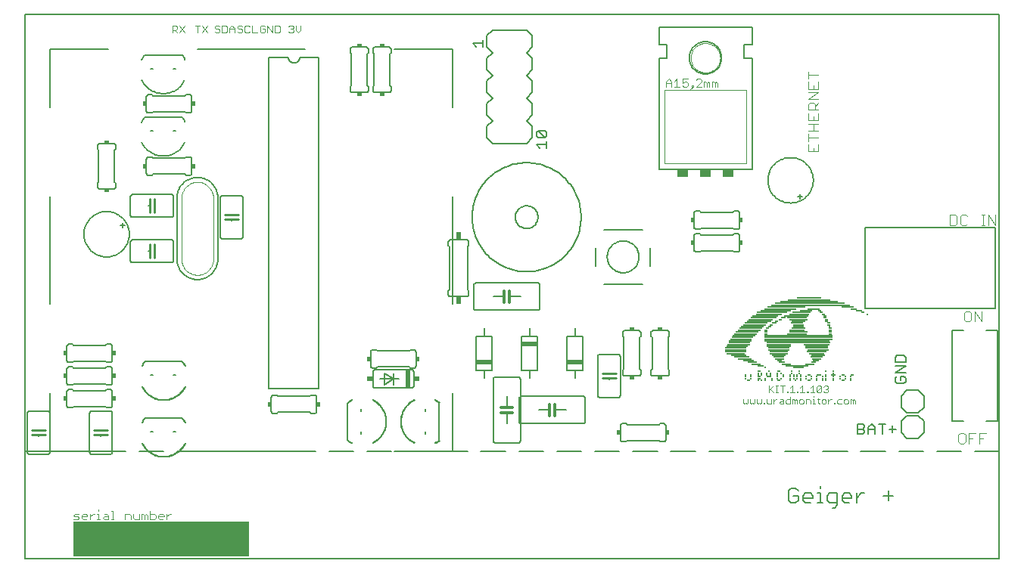
<source format=gto>
G75*
G70*
%OFA0B0*%
%FSLAX24Y24*%
%IPPOS*%
%LPD*%
%AMOC8*
5,1,8,0,0,1.08239X$1,22.5*
%
%ADD10C,0.0050*%
%ADD11R,0.0157X0.0079*%
%ADD12R,0.0079X0.0079*%
%ADD13R,0.0236X0.0079*%
%ADD14R,0.0472X0.0079*%
%ADD15R,0.0315X0.0079*%
%ADD16R,0.1024X0.0079*%
%ADD17R,0.0394X0.0079*%
%ADD18R,0.0630X0.0079*%
%ADD19R,0.0709X0.0079*%
%ADD20R,0.0551X0.0079*%
%ADD21R,0.0787X0.0079*%
%ADD22R,0.0945X0.0079*%
%ADD23R,0.0866X0.0079*%
%ADD24R,0.1102X0.0079*%
%ADD25R,0.1181X0.0079*%
%ADD26R,0.2835X0.0079*%
%ADD27R,0.2913X0.0079*%
%ADD28R,0.2992X0.0079*%
%ADD29R,0.1339X0.0079*%
%ADD30R,0.1417X0.0079*%
%ADD31R,0.1654X0.0079*%
%ADD32R,0.3465X0.0079*%
%ADD33R,0.3071X0.0079*%
%ADD34R,0.2520X0.0079*%
%ADD35R,0.1890X0.0079*%
%ADD36C,0.0030*%
%ADD37C,0.0060*%
%ADD38C,0.0040*%
%ADD39R,0.7749X0.1575*%
%ADD40C,0.0020*%
%ADD41C,0.0100*%
%ADD42R,0.0150X0.0200*%
%ADD43R,0.0700X0.0200*%
%ADD44R,0.0200X0.0150*%
%ADD45C,0.0010*%
%ADD46C,0.0080*%
%ADD47R,0.0200X0.0800*%
%ADD48R,0.0250X0.0200*%
%ADD49R,0.0240X0.0340*%
%ADD50C,0.0120*%
%ADD51R,0.0500X0.0350*%
%ADD52C,0.0000*%
D10*
X000772Y000183D02*
X000772Y004907D01*
X001855Y004907D01*
X001884Y004931D02*
X004443Y004931D01*
X004119Y004907D02*
X005201Y004907D01*
X005792Y004907D02*
X006875Y004907D01*
X007465Y004907D02*
X008548Y004907D01*
X008380Y004931D02*
X013105Y004931D01*
X013567Y004907D02*
X012485Y004907D01*
X011894Y004907D02*
X010812Y004907D01*
X010221Y004907D02*
X009138Y004907D01*
X007419Y005796D02*
X007314Y005796D01*
X006419Y005796D02*
X006314Y005796D01*
X006042Y006396D02*
X007691Y006396D01*
X007419Y008296D02*
X007314Y008296D01*
X006419Y008296D02*
X006314Y008296D01*
X006042Y008896D02*
X007691Y008896D01*
X001884Y007490D02*
X001884Y004931D01*
X002445Y004907D02*
X003528Y004907D01*
X000772Y004907D02*
X000772Y024198D01*
X043686Y024198D01*
X043686Y004907D01*
X042603Y004907D01*
X042012Y004907D02*
X040930Y004907D01*
X040339Y004907D02*
X039256Y004907D01*
X038666Y004907D02*
X037583Y004907D01*
X036993Y004907D02*
X035910Y004907D01*
X035319Y004907D02*
X034237Y004907D01*
X033646Y004907D02*
X032564Y004907D01*
X031973Y004907D02*
X030890Y004907D01*
X030300Y004907D02*
X029217Y004907D01*
X028627Y004907D02*
X027544Y004907D01*
X026953Y004907D02*
X025871Y004907D01*
X025280Y004907D02*
X024197Y004907D01*
X023607Y004907D02*
X022524Y004907D01*
X021934Y004907D02*
X020851Y004907D01*
X020260Y004907D02*
X019178Y004907D01*
X019601Y004931D02*
X019601Y007490D01*
X019017Y007070D02*
X019017Y005421D01*
X018417Y005693D02*
X018417Y005798D01*
X018587Y004907D02*
X017504Y004907D01*
X017042Y004931D02*
X019601Y004931D01*
X016914Y004907D02*
X015831Y004907D01*
X015241Y004907D02*
X014158Y004907D01*
X014967Y005421D02*
X014967Y007070D01*
X015567Y006798D02*
X015567Y006693D01*
X015567Y005798D02*
X015567Y005693D01*
X018417Y006693D02*
X018417Y006798D01*
X019601Y011427D02*
X019601Y016151D01*
X023291Y018450D02*
X023441Y018300D01*
X023291Y018450D02*
X023742Y018450D01*
X023742Y018300D02*
X023742Y018600D01*
X023667Y018760D02*
X023366Y019060D01*
X023667Y019060D01*
X023742Y018985D01*
X023742Y018835D01*
X023667Y018760D01*
X023366Y018760D01*
X023291Y018835D01*
X023291Y018985D01*
X023366Y019060D01*
X019601Y020088D02*
X019601Y022647D01*
X017042Y022647D01*
X020491Y022910D02*
X020641Y022760D01*
X020491Y022910D02*
X020942Y022910D01*
X020942Y022760D02*
X020942Y023060D01*
X013105Y022647D02*
X008380Y022647D01*
X007691Y022396D02*
X006042Y022396D01*
X006314Y021796D02*
X006419Y021796D01*
X005912Y022183D02*
X005939Y022239D01*
X005970Y022293D01*
X006004Y022345D01*
X006041Y022395D01*
X005917Y021299D02*
X005946Y021242D01*
X005979Y021186D01*
X006014Y021133D01*
X006054Y021082D01*
X006096Y021034D01*
X006141Y020988D01*
X006188Y020945D01*
X006238Y020905D01*
X006291Y020868D01*
X006346Y020835D01*
X006402Y020804D01*
X006461Y020778D01*
X006521Y020755D01*
X006582Y020735D01*
X006644Y020720D01*
X006707Y020708D01*
X006771Y020700D01*
X006835Y020696D01*
X006899Y020696D01*
X006963Y020700D01*
X007027Y020708D01*
X007090Y020720D01*
X007152Y020735D01*
X007213Y020755D01*
X007273Y020778D01*
X007332Y020804D01*
X007388Y020835D01*
X007443Y020868D01*
X007496Y020905D01*
X007546Y020945D01*
X007593Y020988D01*
X007638Y021034D01*
X007680Y021082D01*
X007720Y021133D01*
X007755Y021186D01*
X007788Y021242D01*
X007817Y021299D01*
X007817Y022192D02*
X007790Y022246D01*
X007760Y022297D01*
X007727Y022347D01*
X007692Y022395D01*
X007419Y021796D02*
X007314Y021796D01*
X004443Y022647D02*
X001884Y022647D01*
X001884Y020088D01*
X006042Y019646D02*
X007691Y019646D01*
X007419Y019046D02*
X007314Y019046D01*
X007817Y019442D02*
X007790Y019496D01*
X007760Y019547D01*
X007727Y019597D01*
X007692Y019645D01*
X007817Y018549D02*
X007788Y018492D01*
X007755Y018436D01*
X007720Y018383D01*
X007680Y018332D01*
X007638Y018284D01*
X007593Y018238D01*
X007546Y018195D01*
X007496Y018155D01*
X007443Y018118D01*
X007388Y018085D01*
X007332Y018054D01*
X007273Y018028D01*
X007213Y018005D01*
X007152Y017985D01*
X007090Y017970D01*
X007027Y017958D01*
X006963Y017950D01*
X006899Y017946D01*
X006835Y017946D01*
X006771Y017950D01*
X006707Y017958D01*
X006644Y017970D01*
X006582Y017985D01*
X006521Y018005D01*
X006461Y018028D01*
X006402Y018054D01*
X006346Y018085D01*
X006291Y018118D01*
X006238Y018155D01*
X006188Y018195D01*
X006141Y018238D01*
X006096Y018284D01*
X006054Y018332D01*
X006014Y018383D01*
X005979Y018436D01*
X005946Y018492D01*
X005917Y018549D01*
X006314Y019046D02*
X006419Y019046D01*
X005912Y019433D02*
X005939Y019489D01*
X005970Y019543D01*
X006004Y019595D01*
X006041Y019645D01*
X001884Y016151D02*
X001884Y011427D01*
X000772Y000183D02*
X043686Y000183D01*
X043686Y004907D01*
X039137Y005901D02*
X038836Y005901D01*
X038986Y006051D02*
X038986Y005751D01*
X038526Y005676D02*
X038526Y006126D01*
X038376Y006126D02*
X038676Y006126D01*
X038216Y005976D02*
X038216Y005676D01*
X038216Y005901D02*
X037915Y005901D01*
X037915Y005976D02*
X038066Y006126D01*
X038216Y005976D01*
X037915Y005976D02*
X037915Y005676D01*
X037755Y005751D02*
X037680Y005676D01*
X037455Y005676D01*
X037455Y006126D01*
X037680Y006126D01*
X037755Y006051D01*
X037755Y005976D01*
X037680Y005901D01*
X037455Y005901D01*
X037680Y005901D02*
X037755Y005826D01*
X037755Y005751D01*
X039186Y007919D02*
X039487Y007919D01*
X039562Y007994D01*
X039562Y008145D01*
X039487Y008220D01*
X039336Y008220D01*
X039336Y008069D01*
X039186Y007919D02*
X039111Y007994D01*
X039111Y008145D01*
X039186Y008220D01*
X039111Y008380D02*
X039562Y008680D01*
X039111Y008680D01*
X039111Y008840D02*
X039111Y009065D01*
X039186Y009140D01*
X039487Y009140D01*
X039562Y009065D01*
X039562Y008840D01*
X039111Y008840D01*
X039111Y008380D02*
X039562Y008380D01*
X037770Y011238D02*
X037770Y014781D01*
X043518Y014781D01*
X043518Y011238D01*
X037770Y011238D01*
D11*
X037662Y011049D03*
X036166Y010576D03*
X036166Y010497D03*
X036245Y010340D03*
X036245Y010261D03*
X036245Y010183D03*
X036245Y010104D03*
X036087Y010655D03*
X036087Y010734D03*
X036008Y010812D03*
X036008Y010891D03*
X035930Y010970D03*
X035851Y011049D03*
X035772Y011127D03*
X034040Y010734D03*
X033882Y010655D03*
X033646Y010497D03*
X033567Y010419D03*
X033489Y010340D03*
X033410Y010261D03*
X033410Y010183D03*
X033410Y010104D03*
X033095Y008450D03*
X033095Y008214D03*
X033095Y008135D03*
X032623Y008057D03*
X033961Y008057D03*
X033961Y008450D03*
X035300Y008293D03*
X035300Y008057D03*
X036796Y008057D03*
X036796Y008293D03*
X037190Y008293D03*
D12*
X037150Y008214D03*
X037150Y008135D03*
X037150Y008057D03*
X036914Y008135D03*
X036914Y008214D03*
X036678Y008214D03*
X036678Y008135D03*
X036363Y008135D03*
X036363Y008057D03*
X036363Y008214D03*
X036363Y008371D03*
X036363Y008450D03*
X036048Y008450D03*
X036048Y008293D03*
X036048Y008214D03*
X036048Y008135D03*
X036048Y008057D03*
X035890Y008057D03*
X035890Y008135D03*
X035890Y008214D03*
X035654Y008214D03*
X035654Y008135D03*
X035654Y008057D03*
X035418Y008135D03*
X035418Y008214D03*
X035182Y008214D03*
X035182Y008135D03*
X034945Y008135D03*
X034945Y008057D03*
X034945Y008214D03*
X034945Y008293D03*
X034867Y008371D03*
X034867Y008450D03*
X034788Y008293D03*
X034788Y008214D03*
X034788Y008135D03*
X034709Y008057D03*
X034630Y008135D03*
X034630Y008214D03*
X034630Y008293D03*
X034552Y008371D03*
X034552Y008450D03*
X034473Y008293D03*
X034473Y008214D03*
X034473Y008135D03*
X034473Y008057D03*
X034158Y008214D03*
X034158Y008293D03*
X034079Y008371D03*
X033922Y008371D03*
X033922Y008293D03*
X033922Y008214D03*
X033922Y008135D03*
X034079Y008135D03*
X033686Y008135D03*
X033686Y008057D03*
X033607Y008293D03*
X033607Y008371D03*
X033528Y008450D03*
X033449Y008371D03*
X033449Y008293D03*
X033371Y008135D03*
X033371Y008057D03*
X033213Y008057D03*
X033056Y008057D03*
X033056Y008293D03*
X033056Y008371D03*
X033213Y008371D03*
X033213Y008293D03*
X032741Y008293D03*
X032741Y008214D03*
X032741Y008135D03*
X032504Y008135D03*
X032504Y008214D03*
X032504Y008293D03*
X033371Y008608D03*
X036205Y010419D03*
X037859Y010970D03*
D13*
X035497Y008844D03*
X035733Y008293D03*
X036363Y008293D03*
X034001Y008923D03*
X033528Y008214D03*
X033764Y010576D03*
X034158Y010812D03*
D14*
X034827Y010497D03*
X034827Y010419D03*
X033961Y009080D03*
X034827Y008608D03*
X032623Y008923D03*
D15*
X033174Y008686D03*
X034119Y008844D03*
X035615Y008923D03*
X037268Y011206D03*
X037504Y011127D03*
D16*
X035654Y009553D03*
X035654Y009474D03*
X034788Y008686D03*
X032426Y010025D03*
X032504Y010104D03*
X032583Y010183D03*
X032662Y010261D03*
X032741Y010340D03*
X032819Y010419D03*
X032898Y010497D03*
X032977Y010576D03*
X032268Y009789D03*
X032190Y009631D03*
D17*
X032819Y008844D03*
X032977Y008765D03*
X034001Y009001D03*
X034315Y008765D03*
X035339Y008765D03*
X035654Y009001D03*
D18*
X035693Y009159D03*
X033961Y009159D03*
X032465Y009001D03*
X034827Y010340D03*
X034827Y010655D03*
D19*
X034788Y010261D03*
X035654Y009238D03*
X032347Y009080D03*
X032190Y009159D03*
D20*
X034788Y010576D03*
X035182Y011127D03*
X035497Y011206D03*
X036993Y011285D03*
X035654Y009080D03*
D21*
X034827Y010183D03*
X034827Y010734D03*
X034985Y011049D03*
X033961Y009316D03*
X033961Y009238D03*
X032071Y009238D03*
D22*
X032071Y009316D03*
X032071Y009395D03*
X032071Y009474D03*
X032150Y009553D03*
X032229Y009710D03*
X032308Y009868D03*
X032386Y009946D03*
X033961Y009474D03*
X033961Y009395D03*
X035693Y009395D03*
D23*
X035654Y009316D03*
X034788Y010104D03*
X034788Y010812D03*
X034867Y010970D03*
D24*
X034749Y010891D03*
X035300Y011679D03*
X033174Y010734D03*
X033095Y010655D03*
X033961Y009631D03*
X033961Y009553D03*
D25*
X035654Y009631D03*
X033528Y010970D03*
X033371Y010891D03*
X033292Y010812D03*
D26*
X034827Y009710D03*
D27*
X034788Y009789D03*
D28*
X034827Y009868D03*
X034827Y009946D03*
X034827Y010025D03*
D29*
X033843Y011127D03*
X033686Y011049D03*
D30*
X034040Y011206D03*
D31*
X034315Y011285D03*
D32*
X035378Y011364D03*
D33*
X035339Y011442D03*
D34*
X035300Y011521D03*
D35*
X035300Y011600D03*
D36*
X035457Y007811D02*
X035457Y007520D01*
X035360Y007520D02*
X035554Y007520D01*
X035655Y007569D02*
X035848Y007762D01*
X035848Y007569D01*
X035800Y007520D01*
X035703Y007520D01*
X035655Y007569D01*
X035655Y007762D01*
X035703Y007811D01*
X035800Y007811D01*
X035848Y007762D01*
X035949Y007762D02*
X035998Y007811D01*
X036095Y007811D01*
X036143Y007762D01*
X036143Y007714D01*
X036095Y007665D01*
X036143Y007617D01*
X036143Y007569D01*
X036095Y007520D01*
X035998Y007520D01*
X035949Y007569D01*
X036046Y007665D02*
X036095Y007665D01*
X035511Y007359D02*
X035511Y007311D01*
X035511Y007214D02*
X035511Y007020D01*
X035463Y007020D02*
X035560Y007020D01*
X035708Y007069D02*
X035756Y007020D01*
X035708Y007069D02*
X035708Y007262D01*
X035756Y007214D02*
X035659Y007214D01*
X035511Y007214D02*
X035463Y007214D01*
X035362Y007165D02*
X035362Y007020D01*
X035362Y007165D02*
X035313Y007214D01*
X035168Y007214D01*
X035168Y007020D01*
X035067Y007069D02*
X035067Y007165D01*
X035019Y007214D01*
X034922Y007214D01*
X034874Y007165D01*
X034874Y007069D01*
X034922Y007020D01*
X035019Y007020D01*
X035067Y007069D01*
X034772Y007020D02*
X034772Y007165D01*
X034724Y007214D01*
X034676Y007165D01*
X034676Y007020D01*
X034579Y007020D02*
X034579Y007214D01*
X034627Y007214D01*
X034676Y007165D01*
X034478Y007214D02*
X034333Y007214D01*
X034284Y007165D01*
X034284Y007069D01*
X034333Y007020D01*
X034478Y007020D01*
X034478Y007311D01*
X034476Y007520D02*
X034670Y007520D01*
X034573Y007520D02*
X034573Y007811D01*
X034476Y007714D01*
X034377Y007569D02*
X034377Y007520D01*
X034329Y007520D01*
X034329Y007569D01*
X034377Y007569D01*
X034131Y007520D02*
X034131Y007811D01*
X034034Y007811D02*
X034228Y007811D01*
X033934Y007811D02*
X033838Y007811D01*
X033886Y007811D02*
X033886Y007520D01*
X033838Y007520D02*
X033934Y007520D01*
X033737Y007520D02*
X033591Y007665D01*
X033543Y007617D02*
X033737Y007811D01*
X033543Y007811D02*
X033543Y007520D01*
X033449Y007214D02*
X033449Y007069D01*
X033498Y007020D01*
X033643Y007020D01*
X033643Y007214D01*
X033744Y007214D02*
X033744Y007020D01*
X033744Y007117D02*
X033841Y007214D01*
X033889Y007214D01*
X034038Y007214D02*
X034135Y007214D01*
X034183Y007165D01*
X034183Y007020D01*
X034038Y007020D01*
X033990Y007069D01*
X034038Y007117D01*
X034183Y007117D01*
X034771Y007520D02*
X034819Y007520D01*
X034819Y007569D01*
X034771Y007569D01*
X034771Y007520D01*
X034918Y007520D02*
X035112Y007520D01*
X035015Y007520D02*
X035015Y007811D01*
X034918Y007714D01*
X035213Y007569D02*
X035261Y007569D01*
X035261Y007520D01*
X035213Y007520D01*
X035213Y007569D01*
X035360Y007714D02*
X035457Y007811D01*
X035904Y007214D02*
X035856Y007165D01*
X035856Y007069D01*
X035904Y007020D01*
X036001Y007020D01*
X036049Y007069D01*
X036049Y007165D01*
X036001Y007214D01*
X035904Y007214D01*
X036150Y007214D02*
X036150Y007020D01*
X036150Y007117D02*
X036247Y007214D01*
X036295Y007214D01*
X036396Y007069D02*
X036444Y007069D01*
X036444Y007020D01*
X036396Y007020D01*
X036396Y007069D01*
X036543Y007069D02*
X036592Y007020D01*
X036737Y007020D01*
X036838Y007069D02*
X036838Y007165D01*
X036886Y007214D01*
X036983Y007214D01*
X037031Y007165D01*
X037031Y007069D01*
X036983Y007020D01*
X036886Y007020D01*
X036838Y007069D01*
X036737Y007214D02*
X036592Y007214D01*
X036543Y007165D01*
X036543Y007069D01*
X037133Y007020D02*
X037133Y007214D01*
X037181Y007214D01*
X037229Y007165D01*
X037278Y007214D01*
X037326Y007165D01*
X037326Y007020D01*
X037229Y007020D02*
X037229Y007165D01*
X033350Y007069D02*
X033350Y007020D01*
X033302Y007020D01*
X033302Y007069D01*
X033350Y007069D01*
X033201Y007069D02*
X033201Y007214D01*
X033201Y007069D02*
X033153Y007020D01*
X033104Y007069D01*
X033056Y007020D01*
X033007Y007069D01*
X033007Y007214D01*
X032906Y007214D02*
X032906Y007069D01*
X032858Y007020D01*
X032809Y007069D01*
X032761Y007020D01*
X032713Y007069D01*
X032713Y007214D01*
X032612Y007214D02*
X032612Y007069D01*
X032563Y007020D01*
X032515Y007069D01*
X032466Y007020D01*
X032418Y007069D01*
X032418Y007214D01*
X007203Y002165D02*
X007142Y002165D01*
X007018Y002041D01*
X006897Y002041D02*
X006650Y002041D01*
X006650Y001980D02*
X006650Y002103D01*
X006712Y002165D01*
X006835Y002165D01*
X006897Y002103D01*
X006897Y002041D01*
X006835Y001918D02*
X006712Y001918D01*
X006650Y001980D01*
X006528Y001980D02*
X006528Y002103D01*
X006467Y002165D01*
X006282Y002165D01*
X006282Y002288D02*
X006282Y001918D01*
X006467Y001918D01*
X006528Y001980D01*
X006160Y001918D02*
X006160Y002103D01*
X006098Y002165D01*
X006037Y002103D01*
X006037Y001918D01*
X005913Y001918D02*
X005913Y002165D01*
X005975Y002165D01*
X006037Y002103D01*
X005792Y002165D02*
X005792Y001918D01*
X005607Y001918D01*
X005545Y001980D01*
X005545Y002165D01*
X005423Y002103D02*
X005423Y001918D01*
X005423Y002103D02*
X005362Y002165D01*
X005177Y002165D01*
X005177Y001918D01*
X004686Y001918D02*
X004563Y001918D01*
X004624Y001918D02*
X004624Y002288D01*
X004563Y002288D01*
X004380Y002165D02*
X004441Y002103D01*
X004441Y001918D01*
X004256Y001918D01*
X004194Y001980D01*
X004256Y002041D01*
X004441Y002041D01*
X004380Y002165D02*
X004256Y002165D01*
X004011Y002165D02*
X004011Y001918D01*
X004072Y001918D02*
X003949Y001918D01*
X003949Y002165D02*
X004011Y002165D01*
X004011Y002288D02*
X004011Y002350D01*
X003827Y002165D02*
X003765Y002165D01*
X003642Y002041D01*
X003520Y002041D02*
X003274Y002041D01*
X003274Y001980D02*
X003274Y002103D01*
X003335Y002165D01*
X003459Y002165D01*
X003520Y002103D01*
X003520Y002041D01*
X003459Y001918D02*
X003335Y001918D01*
X003274Y001980D01*
X003152Y001980D02*
X003090Y002041D01*
X002967Y002041D01*
X002905Y002103D01*
X002967Y002165D01*
X003152Y002165D01*
X003152Y001980D02*
X003090Y001918D01*
X002905Y001918D01*
X003642Y001918D02*
X003642Y002165D01*
X007018Y002165D02*
X007018Y001918D01*
X007257Y023386D02*
X007257Y023706D01*
X007417Y023706D01*
X007470Y023652D01*
X007470Y023546D01*
X007417Y023492D01*
X007257Y023492D01*
X007363Y023492D02*
X007470Y023386D01*
X007579Y023386D02*
X007792Y023706D01*
X007579Y023706D02*
X007792Y023386D01*
X008257Y023706D02*
X008470Y023706D01*
X008363Y023706D02*
X008363Y023386D01*
X008579Y023386D02*
X008792Y023706D01*
X008579Y023706D02*
X008792Y023386D01*
X009132Y023439D02*
X009185Y023386D01*
X009292Y023386D01*
X009345Y023439D01*
X009345Y023492D01*
X009292Y023546D01*
X009185Y023546D01*
X009132Y023599D01*
X009132Y023652D01*
X009185Y023706D01*
X009292Y023706D01*
X009345Y023652D01*
X009454Y023706D02*
X009454Y023386D01*
X009614Y023386D01*
X009667Y023439D01*
X009667Y023652D01*
X009614Y023706D01*
X009454Y023706D01*
X009776Y023599D02*
X009883Y023706D01*
X009990Y023599D01*
X009990Y023386D01*
X010132Y023439D02*
X010185Y023386D01*
X010292Y023386D01*
X010345Y023439D01*
X010345Y023492D01*
X010292Y023546D01*
X010185Y023546D01*
X010132Y023599D01*
X010132Y023652D01*
X010185Y023706D01*
X010292Y023706D01*
X010345Y023652D01*
X010454Y023652D02*
X010454Y023439D01*
X010507Y023386D01*
X010614Y023386D01*
X010667Y023439D01*
X010776Y023386D02*
X010776Y023706D01*
X010667Y023652D02*
X010614Y023706D01*
X010507Y023706D01*
X010454Y023652D01*
X010776Y023386D02*
X010990Y023386D01*
X011132Y023439D02*
X011185Y023386D01*
X011292Y023386D01*
X011345Y023439D01*
X011345Y023546D01*
X011238Y023546D01*
X011132Y023652D02*
X011132Y023439D01*
X011132Y023652D02*
X011185Y023706D01*
X011292Y023706D01*
X011345Y023652D01*
X011454Y023706D02*
X011667Y023386D01*
X011667Y023706D01*
X011776Y023706D02*
X011776Y023386D01*
X011936Y023386D01*
X011990Y023439D01*
X011990Y023652D01*
X011936Y023706D01*
X011776Y023706D01*
X011454Y023706D02*
X011454Y023386D01*
X012382Y023439D02*
X012435Y023386D01*
X012542Y023386D01*
X012595Y023439D01*
X012595Y023492D01*
X012542Y023546D01*
X012488Y023546D01*
X012542Y023546D02*
X012595Y023599D01*
X012595Y023652D01*
X012542Y023706D01*
X012435Y023706D01*
X012382Y023652D01*
X012704Y023706D02*
X012704Y023492D01*
X012811Y023386D01*
X012917Y023492D01*
X012917Y023706D01*
X009990Y023546D02*
X009776Y023546D01*
X009776Y023599D02*
X009776Y023386D01*
D37*
X011517Y022296D02*
X011517Y007696D01*
X013717Y007696D01*
X013717Y022296D01*
X012867Y022296D01*
X012865Y022266D01*
X012860Y022236D01*
X012851Y022207D01*
X012838Y022180D01*
X012823Y022154D01*
X012804Y022130D01*
X012783Y022109D01*
X012759Y022090D01*
X012733Y022075D01*
X012706Y022062D01*
X012677Y022053D01*
X012647Y022048D01*
X012617Y022046D01*
X012587Y022048D01*
X012557Y022053D01*
X012528Y022062D01*
X012501Y022075D01*
X012475Y022090D01*
X012451Y022109D01*
X012430Y022130D01*
X012411Y022154D01*
X012396Y022180D01*
X012383Y022207D01*
X012374Y022236D01*
X012369Y022266D01*
X012367Y022296D01*
X011517Y022296D01*
X015092Y022496D02*
X015092Y022646D01*
X015094Y022663D01*
X015098Y022680D01*
X015105Y022696D01*
X015115Y022710D01*
X015128Y022723D01*
X015142Y022733D01*
X015158Y022740D01*
X015175Y022744D01*
X015192Y022746D01*
X015792Y022746D01*
X015809Y022744D01*
X015826Y022740D01*
X015842Y022733D01*
X015856Y022723D01*
X015869Y022710D01*
X015879Y022696D01*
X015886Y022680D01*
X015890Y022663D01*
X015892Y022646D01*
X015892Y022496D01*
X015842Y022446D01*
X015842Y021046D01*
X015892Y020996D01*
X015892Y020846D01*
X015890Y020829D01*
X015886Y020812D01*
X015879Y020796D01*
X015869Y020782D01*
X015856Y020769D01*
X015842Y020759D01*
X015826Y020752D01*
X015809Y020748D01*
X015792Y020746D01*
X015192Y020746D01*
X015175Y020748D01*
X015158Y020752D01*
X015142Y020759D01*
X015128Y020769D01*
X015115Y020782D01*
X015105Y020796D01*
X015098Y020812D01*
X015094Y020829D01*
X015092Y020846D01*
X015092Y020996D01*
X015142Y021046D01*
X015142Y022446D01*
X015092Y022496D01*
X016092Y022496D02*
X016092Y022646D01*
X016094Y022663D01*
X016098Y022680D01*
X016105Y022696D01*
X016115Y022710D01*
X016128Y022723D01*
X016142Y022733D01*
X016158Y022740D01*
X016175Y022744D01*
X016192Y022746D01*
X016792Y022746D01*
X016809Y022744D01*
X016826Y022740D01*
X016842Y022733D01*
X016856Y022723D01*
X016869Y022710D01*
X016879Y022696D01*
X016886Y022680D01*
X016890Y022663D01*
X016892Y022646D01*
X016892Y022496D01*
X016842Y022446D01*
X016842Y021046D01*
X016892Y020996D01*
X016892Y020846D01*
X016890Y020829D01*
X016886Y020812D01*
X016879Y020796D01*
X016869Y020782D01*
X016856Y020769D01*
X016842Y020759D01*
X016826Y020752D01*
X016809Y020748D01*
X016792Y020746D01*
X016192Y020746D01*
X016175Y020748D01*
X016158Y020752D01*
X016142Y020759D01*
X016128Y020769D01*
X016115Y020782D01*
X016105Y020796D01*
X016098Y020812D01*
X016094Y020829D01*
X016092Y020846D01*
X016092Y020996D01*
X016142Y021046D01*
X016142Y022446D01*
X016092Y022496D01*
X021117Y022746D02*
X021367Y022496D01*
X021117Y022246D01*
X021117Y021746D01*
X021367Y021496D01*
X021117Y021246D01*
X021117Y020746D01*
X021367Y020496D01*
X021117Y020246D01*
X021117Y019746D01*
X021367Y019496D01*
X021117Y019246D01*
X021117Y018746D01*
X021367Y018496D01*
X022867Y018496D01*
X023117Y018746D01*
X023117Y019246D01*
X022867Y019496D01*
X023117Y019746D01*
X023117Y020246D01*
X022867Y020496D01*
X023117Y020746D01*
X023117Y021246D01*
X022867Y021496D01*
X023117Y021746D01*
X023117Y022246D01*
X022867Y022496D01*
X023117Y022746D01*
X023117Y023246D01*
X022867Y023496D01*
X021367Y023496D01*
X021117Y023246D01*
X021117Y022746D01*
X028692Y022871D02*
X028692Y023621D01*
X032792Y023621D01*
X032792Y022871D01*
X032442Y022871D01*
X032442Y022271D01*
X032792Y022271D01*
X032792Y017371D01*
X028692Y017371D01*
X028692Y022271D01*
X029042Y022271D01*
X029042Y022871D01*
X028692Y022871D01*
X030032Y022271D02*
X030034Y022324D01*
X030040Y022377D01*
X030050Y022429D01*
X030064Y022480D01*
X030081Y022530D01*
X030102Y022579D01*
X030127Y022626D01*
X030155Y022671D01*
X030187Y022714D01*
X030222Y022754D01*
X030259Y022791D01*
X030299Y022826D01*
X030342Y022858D01*
X030387Y022886D01*
X030434Y022911D01*
X030483Y022932D01*
X030533Y022949D01*
X030584Y022963D01*
X030636Y022973D01*
X030689Y022979D01*
X030742Y022981D01*
X030795Y022979D01*
X030848Y022973D01*
X030900Y022963D01*
X030951Y022949D01*
X031001Y022932D01*
X031050Y022911D01*
X031097Y022886D01*
X031142Y022858D01*
X031185Y022826D01*
X031225Y022791D01*
X031262Y022754D01*
X031297Y022714D01*
X031329Y022671D01*
X031357Y022626D01*
X031382Y022579D01*
X031403Y022530D01*
X031420Y022480D01*
X031434Y022429D01*
X031444Y022377D01*
X031450Y022324D01*
X031452Y022271D01*
X031450Y022218D01*
X031444Y022165D01*
X031434Y022113D01*
X031420Y022062D01*
X031403Y022012D01*
X031382Y021963D01*
X031357Y021916D01*
X031329Y021871D01*
X031297Y021828D01*
X031262Y021788D01*
X031225Y021751D01*
X031185Y021716D01*
X031142Y021684D01*
X031097Y021656D01*
X031050Y021631D01*
X031001Y021610D01*
X030951Y021593D01*
X030900Y021579D01*
X030848Y021569D01*
X030795Y021563D01*
X030742Y021561D01*
X030689Y021563D01*
X030636Y021569D01*
X030584Y021579D01*
X030533Y021593D01*
X030483Y021610D01*
X030434Y021631D01*
X030387Y021656D01*
X030342Y021684D01*
X030299Y021716D01*
X030259Y021751D01*
X030222Y021788D01*
X030187Y021828D01*
X030155Y021871D01*
X030127Y021916D01*
X030102Y021963D01*
X030081Y022012D01*
X030064Y022062D01*
X030050Y022113D01*
X030040Y022165D01*
X030034Y022218D01*
X030032Y022271D01*
X033492Y016871D02*
X033494Y016934D01*
X033500Y016996D01*
X033510Y017058D01*
X033523Y017120D01*
X033541Y017180D01*
X033562Y017239D01*
X033587Y017297D01*
X033616Y017353D01*
X033648Y017407D01*
X033683Y017459D01*
X033721Y017508D01*
X033763Y017556D01*
X033807Y017600D01*
X033855Y017642D01*
X033904Y017680D01*
X033956Y017715D01*
X034010Y017747D01*
X034066Y017776D01*
X034124Y017801D01*
X034183Y017822D01*
X034243Y017840D01*
X034305Y017853D01*
X034367Y017863D01*
X034429Y017869D01*
X034492Y017871D01*
X034555Y017869D01*
X034617Y017863D01*
X034679Y017853D01*
X034741Y017840D01*
X034801Y017822D01*
X034860Y017801D01*
X034918Y017776D01*
X034974Y017747D01*
X035028Y017715D01*
X035080Y017680D01*
X035129Y017642D01*
X035177Y017600D01*
X035221Y017556D01*
X035263Y017508D01*
X035301Y017459D01*
X035336Y017407D01*
X035368Y017353D01*
X035397Y017297D01*
X035422Y017239D01*
X035443Y017180D01*
X035461Y017120D01*
X035474Y017058D01*
X035484Y016996D01*
X035490Y016934D01*
X035492Y016871D01*
X035490Y016808D01*
X035484Y016746D01*
X035474Y016684D01*
X035461Y016622D01*
X035443Y016562D01*
X035422Y016503D01*
X035397Y016445D01*
X035368Y016389D01*
X035336Y016335D01*
X035301Y016283D01*
X035263Y016234D01*
X035221Y016186D01*
X035177Y016142D01*
X035129Y016100D01*
X035080Y016062D01*
X035028Y016027D01*
X034974Y015995D01*
X034918Y015966D01*
X034860Y015941D01*
X034801Y015920D01*
X034741Y015902D01*
X034679Y015889D01*
X034617Y015879D01*
X034555Y015873D01*
X034492Y015871D01*
X034429Y015873D01*
X034367Y015879D01*
X034305Y015889D01*
X034243Y015902D01*
X034183Y015920D01*
X034124Y015941D01*
X034066Y015966D01*
X034010Y015995D01*
X033956Y016027D01*
X033904Y016062D01*
X033855Y016100D01*
X033807Y016142D01*
X033763Y016186D01*
X033721Y016234D01*
X033683Y016283D01*
X033648Y016335D01*
X033616Y016389D01*
X033587Y016445D01*
X033562Y016503D01*
X033541Y016562D01*
X033523Y016622D01*
X033510Y016684D01*
X033500Y016746D01*
X033494Y016808D01*
X033492Y016871D01*
X034792Y016171D02*
X034992Y016171D01*
X034892Y016271D02*
X034892Y016071D01*
X032242Y015421D02*
X032242Y014821D01*
X032240Y014804D01*
X032236Y014787D01*
X032229Y014771D01*
X032219Y014757D01*
X032206Y014744D01*
X032192Y014734D01*
X032176Y014727D01*
X032159Y014723D01*
X032142Y014721D01*
X031992Y014721D01*
X031942Y014771D01*
X030542Y014771D01*
X030492Y014721D01*
X030342Y014721D01*
X030325Y014723D01*
X030308Y014727D01*
X030292Y014734D01*
X030278Y014744D01*
X030265Y014757D01*
X030255Y014771D01*
X030248Y014787D01*
X030244Y014804D01*
X030242Y014821D01*
X030242Y015421D01*
X030244Y015438D01*
X030248Y015455D01*
X030255Y015471D01*
X030265Y015485D01*
X030278Y015498D01*
X030292Y015508D01*
X030308Y015515D01*
X030325Y015519D01*
X030342Y015521D01*
X030492Y015521D01*
X030542Y015471D01*
X031942Y015471D01*
X031992Y015521D01*
X032142Y015521D01*
X032159Y015519D01*
X032176Y015515D01*
X032192Y015508D01*
X032206Y015498D01*
X032219Y015485D01*
X032229Y015471D01*
X032236Y015455D01*
X032240Y015438D01*
X032242Y015421D01*
X032142Y014521D02*
X031992Y014521D01*
X031942Y014471D01*
X030542Y014471D01*
X030492Y014521D01*
X030342Y014521D01*
X030325Y014519D01*
X030308Y014515D01*
X030292Y014508D01*
X030278Y014498D01*
X030265Y014485D01*
X030255Y014471D01*
X030248Y014455D01*
X030244Y014438D01*
X030242Y014421D01*
X030242Y013821D01*
X030244Y013804D01*
X030248Y013787D01*
X030255Y013771D01*
X030265Y013757D01*
X030278Y013744D01*
X030292Y013734D01*
X030308Y013727D01*
X030325Y013723D01*
X030342Y013721D01*
X030492Y013721D01*
X030542Y013771D01*
X031942Y013771D01*
X031992Y013721D01*
X032142Y013721D01*
X032159Y013723D01*
X032176Y013727D01*
X032192Y013734D01*
X032206Y013744D01*
X032219Y013757D01*
X032229Y013771D01*
X032236Y013787D01*
X032240Y013804D01*
X032242Y013821D01*
X032242Y014421D01*
X032240Y014438D01*
X032236Y014455D01*
X032229Y014471D01*
X032219Y014485D01*
X032206Y014498D01*
X032192Y014508D01*
X032176Y014515D01*
X032159Y014519D01*
X032142Y014521D01*
X024992Y010346D02*
X024992Y009996D01*
X024642Y009996D01*
X024642Y008496D01*
X024992Y008496D01*
X025342Y008496D01*
X025342Y009996D01*
X024992Y009996D01*
X025992Y009096D02*
X025992Y007396D01*
X025994Y007379D01*
X025998Y007362D01*
X026005Y007346D01*
X026015Y007332D01*
X026028Y007319D01*
X026042Y007309D01*
X026058Y007302D01*
X026075Y007298D01*
X026092Y007296D01*
X026892Y007296D01*
X026909Y007298D01*
X026926Y007302D01*
X026942Y007309D01*
X026956Y007319D01*
X026969Y007332D01*
X026979Y007346D01*
X026986Y007362D01*
X026990Y007379D01*
X026992Y007396D01*
X026992Y009096D01*
X026990Y009113D01*
X026986Y009130D01*
X026979Y009146D01*
X026969Y009160D01*
X026956Y009173D01*
X026942Y009183D01*
X026926Y009190D01*
X026909Y009194D01*
X026892Y009196D01*
X026092Y009196D01*
X026075Y009194D01*
X026058Y009190D01*
X026042Y009183D01*
X026028Y009173D01*
X026015Y009160D01*
X026005Y009146D01*
X025998Y009130D01*
X025994Y009113D01*
X025992Y009096D01*
X026492Y008396D02*
X026492Y008346D01*
X026492Y008146D02*
X026492Y008096D01*
X027092Y008346D02*
X027092Y008496D01*
X027142Y008546D01*
X027142Y009946D01*
X027092Y009996D01*
X027092Y010146D01*
X027094Y010163D01*
X027098Y010180D01*
X027105Y010196D01*
X027115Y010210D01*
X027128Y010223D01*
X027142Y010233D01*
X027158Y010240D01*
X027175Y010244D01*
X027192Y010246D01*
X027792Y010246D01*
X027809Y010244D01*
X027826Y010240D01*
X027842Y010233D01*
X027856Y010223D01*
X027869Y010210D01*
X027879Y010196D01*
X027886Y010180D01*
X027890Y010163D01*
X027892Y010146D01*
X027892Y009996D01*
X027842Y009946D01*
X027842Y008546D01*
X027892Y008496D01*
X027892Y008346D01*
X027890Y008329D01*
X027886Y008312D01*
X027879Y008296D01*
X027869Y008282D01*
X027856Y008269D01*
X027842Y008259D01*
X027826Y008252D01*
X027809Y008248D01*
X027792Y008246D01*
X027192Y008246D01*
X027175Y008248D01*
X027158Y008252D01*
X027142Y008259D01*
X027128Y008269D01*
X027115Y008282D01*
X027105Y008296D01*
X027098Y008312D01*
X027094Y008329D01*
X027092Y008346D01*
X028342Y008346D02*
X028342Y008496D01*
X028392Y008546D01*
X028392Y009946D01*
X028342Y009996D01*
X028342Y010146D01*
X028344Y010163D01*
X028348Y010180D01*
X028355Y010196D01*
X028365Y010210D01*
X028378Y010223D01*
X028392Y010233D01*
X028408Y010240D01*
X028425Y010244D01*
X028442Y010246D01*
X029042Y010246D01*
X029059Y010244D01*
X029076Y010240D01*
X029092Y010233D01*
X029106Y010223D01*
X029119Y010210D01*
X029129Y010196D01*
X029136Y010180D01*
X029140Y010163D01*
X029142Y010146D01*
X029142Y009996D01*
X029092Y009946D01*
X029092Y008546D01*
X029142Y008496D01*
X029142Y008346D01*
X029140Y008329D01*
X029136Y008312D01*
X029129Y008296D01*
X029119Y008282D01*
X029106Y008269D01*
X029092Y008259D01*
X029076Y008252D01*
X029059Y008248D01*
X029042Y008246D01*
X028442Y008246D01*
X028425Y008248D01*
X028408Y008252D01*
X028392Y008259D01*
X028378Y008269D01*
X028365Y008282D01*
X028355Y008296D01*
X028348Y008312D01*
X028344Y008329D01*
X028342Y008346D01*
X025442Y007246D02*
X025442Y006246D01*
X025440Y006229D01*
X025436Y006212D01*
X025429Y006196D01*
X025419Y006182D01*
X025406Y006169D01*
X025392Y006159D01*
X025376Y006152D01*
X025359Y006148D01*
X025342Y006146D01*
X022642Y006146D01*
X022625Y006148D01*
X022608Y006152D01*
X022592Y006159D01*
X022578Y006169D01*
X022565Y006182D01*
X022555Y006196D01*
X022548Y006212D01*
X022544Y006229D01*
X022542Y006246D01*
X022542Y007246D01*
X022544Y007263D01*
X022548Y007280D01*
X022555Y007296D01*
X022565Y007310D01*
X022578Y007323D01*
X022592Y007333D01*
X022608Y007340D01*
X022625Y007344D01*
X022642Y007346D01*
X025342Y007346D01*
X025359Y007344D01*
X025376Y007340D01*
X025392Y007333D01*
X025406Y007323D01*
X025419Y007310D01*
X025429Y007296D01*
X025436Y007280D01*
X025440Y007263D01*
X025442Y007246D01*
X024592Y006746D02*
X024112Y006746D01*
X023862Y006746D02*
X023392Y006746D01*
X021992Y006866D02*
X021992Y007346D01*
X021992Y006616D02*
X021992Y006146D01*
X022592Y005396D02*
X022590Y005379D01*
X022586Y005362D01*
X022579Y005346D01*
X022569Y005332D01*
X022556Y005319D01*
X022542Y005309D01*
X022526Y005302D01*
X022509Y005298D01*
X022492Y005296D01*
X021492Y005296D01*
X021475Y005298D01*
X021458Y005302D01*
X021442Y005309D01*
X021428Y005319D01*
X021415Y005332D01*
X021405Y005346D01*
X021398Y005362D01*
X021394Y005379D01*
X021392Y005396D01*
X021392Y008096D01*
X021394Y008113D01*
X021398Y008130D01*
X021405Y008146D01*
X021415Y008160D01*
X021428Y008173D01*
X021442Y008183D01*
X021458Y008190D01*
X021475Y008194D01*
X021492Y008196D01*
X022492Y008196D01*
X022509Y008194D01*
X022526Y008190D01*
X022542Y008183D01*
X022556Y008173D01*
X022569Y008160D01*
X022579Y008146D01*
X022586Y008130D01*
X022590Y008113D01*
X022592Y008096D01*
X022592Y005396D01*
X026992Y005446D02*
X026992Y006046D01*
X026994Y006063D01*
X026998Y006080D01*
X027005Y006096D01*
X027015Y006110D01*
X027028Y006123D01*
X027042Y006133D01*
X027058Y006140D01*
X027075Y006144D01*
X027092Y006146D01*
X027242Y006146D01*
X027292Y006096D01*
X028692Y006096D01*
X028742Y006146D01*
X028892Y006146D01*
X028909Y006144D01*
X028926Y006140D01*
X028942Y006133D01*
X028956Y006123D01*
X028969Y006110D01*
X028979Y006096D01*
X028986Y006080D01*
X028990Y006063D01*
X028992Y006046D01*
X028992Y005446D01*
X028990Y005429D01*
X028986Y005412D01*
X028979Y005396D01*
X028969Y005382D01*
X028956Y005369D01*
X028942Y005359D01*
X028926Y005352D01*
X028909Y005348D01*
X028892Y005346D01*
X028742Y005346D01*
X028692Y005396D01*
X027292Y005396D01*
X027242Y005346D01*
X027092Y005346D01*
X027075Y005348D01*
X027058Y005352D01*
X027042Y005359D01*
X027028Y005369D01*
X027015Y005382D01*
X027005Y005396D01*
X026998Y005412D01*
X026994Y005429D01*
X026992Y005446D01*
X024992Y008146D02*
X024992Y008496D01*
X023342Y008496D02*
X022992Y008496D01*
X022642Y008496D01*
X022642Y009996D01*
X022992Y009996D01*
X023342Y009996D01*
X023342Y008496D01*
X022992Y008496D02*
X022992Y008146D01*
X021342Y008496D02*
X020992Y008496D01*
X020642Y008496D01*
X020642Y009996D01*
X020992Y009996D01*
X021342Y009996D01*
X021342Y008496D01*
X020992Y008496D02*
X020992Y008146D01*
X017992Y008696D02*
X017992Y009296D01*
X017990Y009313D01*
X017986Y009330D01*
X017979Y009346D01*
X017969Y009360D01*
X017956Y009373D01*
X017942Y009383D01*
X017926Y009390D01*
X017909Y009394D01*
X017892Y009396D01*
X017742Y009396D01*
X017692Y009346D01*
X016292Y009346D01*
X016242Y009396D01*
X016092Y009396D01*
X016075Y009394D01*
X016058Y009390D01*
X016042Y009383D01*
X016028Y009373D01*
X016015Y009360D01*
X016005Y009346D01*
X015998Y009330D01*
X015994Y009313D01*
X015992Y009296D01*
X015992Y008696D01*
X015994Y008679D01*
X015998Y008662D01*
X016005Y008646D01*
X016015Y008632D01*
X016028Y008619D01*
X016042Y008609D01*
X016058Y008602D01*
X016075Y008598D01*
X016092Y008596D01*
X016242Y008596D01*
X016292Y008646D01*
X017692Y008646D01*
X017742Y008596D01*
X017892Y008596D01*
X017909Y008598D01*
X017926Y008602D01*
X017942Y008609D01*
X017956Y008619D01*
X017969Y008632D01*
X017979Y008646D01*
X017986Y008662D01*
X017990Y008679D01*
X017992Y008696D01*
X017792Y008521D02*
X016192Y008521D01*
X016175Y008519D01*
X016158Y008515D01*
X016142Y008508D01*
X016128Y008498D01*
X016115Y008485D01*
X016105Y008471D01*
X016098Y008455D01*
X016094Y008438D01*
X016092Y008421D01*
X016092Y007821D01*
X016094Y007804D01*
X016098Y007787D01*
X016105Y007771D01*
X016115Y007757D01*
X016128Y007744D01*
X016142Y007734D01*
X016158Y007727D01*
X016175Y007723D01*
X016192Y007721D01*
X017792Y007721D01*
X017809Y007723D01*
X017826Y007727D01*
X017842Y007734D01*
X017856Y007744D01*
X017869Y007757D01*
X017879Y007771D01*
X017886Y007787D01*
X017890Y007804D01*
X017892Y007821D01*
X017892Y008421D01*
X017890Y008438D01*
X017886Y008455D01*
X017879Y008471D01*
X017869Y008485D01*
X017856Y008498D01*
X017842Y008508D01*
X017826Y008515D01*
X017809Y008519D01*
X017792Y008521D01*
X017242Y008121D02*
X016992Y008121D01*
X016992Y008371D01*
X016992Y008121D02*
X016392Y008121D01*
X016592Y007871D02*
X016592Y008371D01*
X016992Y008121D01*
X016992Y007871D01*
X016992Y008121D02*
X016592Y007871D01*
X013617Y007296D02*
X013617Y006696D01*
X013615Y006679D01*
X013611Y006662D01*
X013604Y006646D01*
X013594Y006632D01*
X013581Y006619D01*
X013567Y006609D01*
X013551Y006602D01*
X013534Y006598D01*
X013517Y006596D01*
X013367Y006596D01*
X013317Y006646D01*
X011917Y006646D01*
X011867Y006596D01*
X011717Y006596D01*
X011700Y006598D01*
X011683Y006602D01*
X011667Y006609D01*
X011653Y006619D01*
X011640Y006632D01*
X011630Y006646D01*
X011623Y006662D01*
X011619Y006679D01*
X011617Y006696D01*
X011617Y007296D01*
X011619Y007313D01*
X011623Y007330D01*
X011630Y007346D01*
X011640Y007360D01*
X011653Y007373D01*
X011667Y007383D01*
X011683Y007390D01*
X011700Y007394D01*
X011717Y007396D01*
X011867Y007396D01*
X011917Y007346D01*
X013317Y007346D01*
X013367Y007396D01*
X013517Y007396D01*
X013534Y007394D01*
X013551Y007390D01*
X013567Y007383D01*
X013581Y007373D01*
X013594Y007360D01*
X013604Y007346D01*
X013611Y007330D01*
X013615Y007313D01*
X013617Y007296D01*
X020992Y009996D02*
X020992Y010346D01*
X020642Y011146D02*
X023342Y011146D01*
X023359Y011148D01*
X023376Y011152D01*
X023392Y011159D01*
X023406Y011169D01*
X023419Y011182D01*
X023429Y011196D01*
X023436Y011212D01*
X023440Y011229D01*
X023442Y011246D01*
X023442Y012246D01*
X023440Y012263D01*
X023436Y012280D01*
X023429Y012296D01*
X023419Y012310D01*
X023406Y012323D01*
X023392Y012333D01*
X023376Y012340D01*
X023359Y012344D01*
X023342Y012346D01*
X020642Y012346D01*
X020625Y012344D01*
X020608Y012340D01*
X020592Y012333D01*
X020578Y012323D01*
X020565Y012310D01*
X020555Y012296D01*
X020548Y012280D01*
X020544Y012263D01*
X020542Y012246D01*
X020542Y011246D01*
X020544Y011229D01*
X020548Y011212D01*
X020555Y011196D01*
X020565Y011182D01*
X020578Y011169D01*
X020592Y011159D01*
X020608Y011152D01*
X020625Y011148D01*
X020642Y011146D01*
X020217Y011746D02*
X019517Y011746D01*
X019500Y011748D01*
X019483Y011752D01*
X019467Y011759D01*
X019453Y011769D01*
X019440Y011782D01*
X019430Y011796D01*
X019423Y011812D01*
X019419Y011829D01*
X019417Y011846D01*
X019417Y011996D01*
X019467Y012046D01*
X019467Y013946D01*
X019417Y013996D01*
X019417Y014146D01*
X019419Y014163D01*
X019423Y014180D01*
X019430Y014196D01*
X019440Y014210D01*
X019453Y014223D01*
X019467Y014233D01*
X019483Y014240D01*
X019500Y014244D01*
X019517Y014246D01*
X020217Y014246D01*
X020234Y014244D01*
X020251Y014240D01*
X020267Y014233D01*
X020281Y014223D01*
X020294Y014210D01*
X020304Y014196D01*
X020311Y014180D01*
X020315Y014163D01*
X020317Y014146D01*
X020317Y013996D01*
X020267Y013946D01*
X020267Y012046D01*
X020317Y011996D01*
X020317Y011846D01*
X020315Y011829D01*
X020311Y011812D01*
X020304Y011796D01*
X020294Y011782D01*
X020281Y011769D01*
X020267Y011759D01*
X020251Y011752D01*
X020234Y011748D01*
X020217Y011746D01*
X021392Y011746D02*
X021862Y011746D01*
X022112Y011746D02*
X022592Y011746D01*
X022992Y010346D02*
X022992Y009996D01*
X022367Y015246D02*
X022369Y015290D01*
X022375Y015334D01*
X022385Y015377D01*
X022398Y015419D01*
X022415Y015460D01*
X022436Y015499D01*
X022460Y015536D01*
X022487Y015571D01*
X022517Y015603D01*
X022550Y015633D01*
X022586Y015659D01*
X022623Y015683D01*
X022663Y015702D01*
X022704Y015719D01*
X022747Y015731D01*
X022790Y015740D01*
X022834Y015745D01*
X022878Y015746D01*
X022922Y015743D01*
X022966Y015736D01*
X023009Y015725D01*
X023051Y015711D01*
X023091Y015693D01*
X023130Y015671D01*
X023166Y015647D01*
X023200Y015619D01*
X023232Y015588D01*
X023261Y015554D01*
X023287Y015518D01*
X023309Y015480D01*
X023328Y015440D01*
X023343Y015398D01*
X023355Y015356D01*
X023363Y015312D01*
X023367Y015268D01*
X023367Y015224D01*
X023363Y015180D01*
X023355Y015136D01*
X023343Y015094D01*
X023328Y015052D01*
X023309Y015012D01*
X023287Y014974D01*
X023261Y014938D01*
X023232Y014904D01*
X023200Y014873D01*
X023166Y014845D01*
X023130Y014821D01*
X023091Y014799D01*
X023051Y014781D01*
X023009Y014767D01*
X022966Y014756D01*
X022922Y014749D01*
X022878Y014746D01*
X022834Y014747D01*
X022790Y014752D01*
X022747Y014761D01*
X022704Y014773D01*
X022663Y014790D01*
X022623Y014809D01*
X022586Y014833D01*
X022550Y014859D01*
X022517Y014889D01*
X022487Y014921D01*
X022460Y014956D01*
X022436Y014993D01*
X022415Y015032D01*
X022398Y015073D01*
X022385Y015115D01*
X022375Y015158D01*
X022369Y015202D01*
X022367Y015246D01*
X020467Y015246D02*
X020470Y015364D01*
X020479Y015481D01*
X020493Y015598D01*
X020513Y015714D01*
X020539Y015829D01*
X020570Y015943D01*
X020607Y016055D01*
X020650Y016164D01*
X020697Y016272D01*
X020750Y016377D01*
X020808Y016480D01*
X020871Y016579D01*
X020939Y016676D01*
X021012Y016769D01*
X021089Y016858D01*
X021170Y016943D01*
X021255Y017024D01*
X021344Y017101D01*
X021437Y017174D01*
X021534Y017242D01*
X021633Y017305D01*
X021736Y017363D01*
X021841Y017416D01*
X021949Y017463D01*
X022058Y017506D01*
X022170Y017543D01*
X022284Y017574D01*
X022399Y017600D01*
X022515Y017620D01*
X022632Y017634D01*
X022749Y017643D01*
X022867Y017646D01*
X022985Y017643D01*
X023102Y017634D01*
X023219Y017620D01*
X023335Y017600D01*
X023450Y017574D01*
X023564Y017543D01*
X023676Y017506D01*
X023785Y017463D01*
X023893Y017416D01*
X023998Y017363D01*
X024101Y017305D01*
X024200Y017242D01*
X024297Y017174D01*
X024390Y017101D01*
X024479Y017024D01*
X024564Y016943D01*
X024645Y016858D01*
X024722Y016769D01*
X024795Y016676D01*
X024863Y016579D01*
X024926Y016480D01*
X024984Y016377D01*
X025037Y016272D01*
X025084Y016164D01*
X025127Y016055D01*
X025164Y015943D01*
X025195Y015829D01*
X025221Y015714D01*
X025241Y015598D01*
X025255Y015481D01*
X025264Y015364D01*
X025267Y015246D01*
X025264Y015128D01*
X025255Y015011D01*
X025241Y014894D01*
X025221Y014778D01*
X025195Y014663D01*
X025164Y014549D01*
X025127Y014437D01*
X025084Y014328D01*
X025037Y014220D01*
X024984Y014115D01*
X024926Y014012D01*
X024863Y013913D01*
X024795Y013816D01*
X024722Y013723D01*
X024645Y013634D01*
X024564Y013549D01*
X024479Y013468D01*
X024390Y013391D01*
X024297Y013318D01*
X024200Y013250D01*
X024101Y013187D01*
X023998Y013129D01*
X023893Y013076D01*
X023785Y013029D01*
X023676Y012986D01*
X023564Y012949D01*
X023450Y012918D01*
X023335Y012892D01*
X023219Y012872D01*
X023102Y012858D01*
X022985Y012849D01*
X022867Y012846D01*
X022749Y012849D01*
X022632Y012858D01*
X022515Y012872D01*
X022399Y012892D01*
X022284Y012918D01*
X022170Y012949D01*
X022058Y012986D01*
X021949Y013029D01*
X021841Y013076D01*
X021736Y013129D01*
X021633Y013187D01*
X021534Y013250D01*
X021437Y013318D01*
X021344Y013391D01*
X021255Y013468D01*
X021170Y013549D01*
X021089Y013634D01*
X021012Y013723D01*
X020939Y013816D01*
X020871Y013913D01*
X020808Y014012D01*
X020750Y014115D01*
X020697Y014220D01*
X020650Y014328D01*
X020607Y014437D01*
X020570Y014549D01*
X020539Y014663D01*
X020513Y014778D01*
X020493Y014894D01*
X020479Y015011D01*
X020470Y015128D01*
X020467Y015246D01*
X010367Y016096D02*
X010367Y014396D01*
X010365Y014379D01*
X010361Y014362D01*
X010354Y014346D01*
X010344Y014332D01*
X010331Y014319D01*
X010317Y014309D01*
X010301Y014302D01*
X010284Y014298D01*
X010267Y014296D01*
X009467Y014296D01*
X009450Y014298D01*
X009433Y014302D01*
X009417Y014309D01*
X009403Y014319D01*
X009390Y014332D01*
X009380Y014346D01*
X009373Y014362D01*
X009369Y014379D01*
X009367Y014396D01*
X009367Y016096D01*
X009369Y016113D01*
X009373Y016130D01*
X009380Y016146D01*
X009390Y016160D01*
X009403Y016173D01*
X009417Y016183D01*
X009433Y016190D01*
X009450Y016194D01*
X009467Y016196D01*
X010267Y016196D01*
X010284Y016194D01*
X010301Y016190D01*
X010317Y016183D01*
X010331Y016173D01*
X010344Y016160D01*
X010354Y016146D01*
X010361Y016130D01*
X010365Y016113D01*
X010367Y016096D01*
X009867Y015396D02*
X009867Y015346D01*
X009867Y015146D02*
X009867Y015096D01*
X009267Y016096D02*
X009267Y013396D01*
X009265Y013337D01*
X009259Y013279D01*
X009250Y013220D01*
X009236Y013163D01*
X009219Y013107D01*
X009198Y013052D01*
X009174Y012998D01*
X009146Y012946D01*
X009115Y012896D01*
X009081Y012848D01*
X009044Y012803D01*
X009003Y012760D01*
X008960Y012719D01*
X008915Y012682D01*
X008867Y012648D01*
X008817Y012617D01*
X008765Y012589D01*
X008711Y012565D01*
X008656Y012544D01*
X008600Y012527D01*
X008543Y012513D01*
X008484Y012504D01*
X008426Y012498D01*
X008367Y012496D01*
X008308Y012498D01*
X008250Y012504D01*
X008191Y012513D01*
X008134Y012527D01*
X008078Y012544D01*
X008023Y012565D01*
X007969Y012589D01*
X007917Y012617D01*
X007867Y012648D01*
X007819Y012682D01*
X007774Y012719D01*
X007731Y012760D01*
X007690Y012803D01*
X007653Y012848D01*
X007619Y012896D01*
X007588Y012946D01*
X007560Y012998D01*
X007536Y013052D01*
X007515Y013107D01*
X007498Y013163D01*
X007484Y013220D01*
X007475Y013279D01*
X007469Y013337D01*
X007467Y013396D01*
X007467Y016096D01*
X007317Y016146D02*
X007317Y015346D01*
X007315Y015329D01*
X007311Y015312D01*
X007304Y015296D01*
X007294Y015282D01*
X007281Y015269D01*
X007267Y015259D01*
X007251Y015252D01*
X007234Y015248D01*
X007217Y015246D01*
X005517Y015246D01*
X005500Y015248D01*
X005483Y015252D01*
X005467Y015259D01*
X005453Y015269D01*
X005440Y015282D01*
X005430Y015296D01*
X005423Y015312D01*
X005419Y015329D01*
X005417Y015346D01*
X005417Y016146D01*
X005419Y016163D01*
X005423Y016180D01*
X005430Y016196D01*
X005440Y016210D01*
X005453Y016223D01*
X005467Y016233D01*
X005483Y016240D01*
X005500Y016244D01*
X005517Y016246D01*
X007217Y016246D01*
X007234Y016244D01*
X007251Y016240D01*
X007267Y016233D01*
X007281Y016223D01*
X007294Y016210D01*
X007304Y016196D01*
X007311Y016180D01*
X007315Y016163D01*
X007317Y016146D01*
X006517Y015746D02*
X006467Y015746D01*
X006267Y015746D02*
X006217Y015746D01*
X005067Y014996D02*
X005067Y014796D01*
X004967Y014896D02*
X005167Y014896D01*
X005517Y014246D02*
X007217Y014246D01*
X007234Y014244D01*
X007251Y014240D01*
X007267Y014233D01*
X007281Y014223D01*
X007294Y014210D01*
X007304Y014196D01*
X007311Y014180D01*
X007315Y014163D01*
X007317Y014146D01*
X007317Y013346D01*
X007315Y013329D01*
X007311Y013312D01*
X007304Y013296D01*
X007294Y013282D01*
X007281Y013269D01*
X007267Y013259D01*
X007251Y013252D01*
X007234Y013248D01*
X007217Y013246D01*
X005517Y013246D01*
X005500Y013248D01*
X005483Y013252D01*
X005467Y013259D01*
X005453Y013269D01*
X005440Y013282D01*
X005430Y013296D01*
X005423Y013312D01*
X005419Y013329D01*
X005417Y013346D01*
X005417Y014146D01*
X005419Y014163D01*
X005423Y014180D01*
X005430Y014196D01*
X005440Y014210D01*
X005453Y014223D01*
X005467Y014233D01*
X005483Y014240D01*
X005500Y014244D01*
X005517Y014246D01*
X006217Y013746D02*
X006267Y013746D01*
X006467Y013746D02*
X006517Y013746D01*
X003367Y014496D02*
X003369Y014559D01*
X003375Y014621D01*
X003385Y014683D01*
X003398Y014745D01*
X003416Y014805D01*
X003437Y014864D01*
X003462Y014922D01*
X003491Y014978D01*
X003523Y015032D01*
X003558Y015084D01*
X003596Y015133D01*
X003638Y015181D01*
X003682Y015225D01*
X003730Y015267D01*
X003779Y015305D01*
X003831Y015340D01*
X003885Y015372D01*
X003941Y015401D01*
X003999Y015426D01*
X004058Y015447D01*
X004118Y015465D01*
X004180Y015478D01*
X004242Y015488D01*
X004304Y015494D01*
X004367Y015496D01*
X004430Y015494D01*
X004492Y015488D01*
X004554Y015478D01*
X004616Y015465D01*
X004676Y015447D01*
X004735Y015426D01*
X004793Y015401D01*
X004849Y015372D01*
X004903Y015340D01*
X004955Y015305D01*
X005004Y015267D01*
X005052Y015225D01*
X005096Y015181D01*
X005138Y015133D01*
X005176Y015084D01*
X005211Y015032D01*
X005243Y014978D01*
X005272Y014922D01*
X005297Y014864D01*
X005318Y014805D01*
X005336Y014745D01*
X005349Y014683D01*
X005359Y014621D01*
X005365Y014559D01*
X005367Y014496D01*
X005365Y014433D01*
X005359Y014371D01*
X005349Y014309D01*
X005336Y014247D01*
X005318Y014187D01*
X005297Y014128D01*
X005272Y014070D01*
X005243Y014014D01*
X005211Y013960D01*
X005176Y013908D01*
X005138Y013859D01*
X005096Y013811D01*
X005052Y013767D01*
X005004Y013725D01*
X004955Y013687D01*
X004903Y013652D01*
X004849Y013620D01*
X004793Y013591D01*
X004735Y013566D01*
X004676Y013545D01*
X004616Y013527D01*
X004554Y013514D01*
X004492Y013504D01*
X004430Y013498D01*
X004367Y013496D01*
X004304Y013498D01*
X004242Y013504D01*
X004180Y013514D01*
X004118Y013527D01*
X004058Y013545D01*
X003999Y013566D01*
X003941Y013591D01*
X003885Y013620D01*
X003831Y013652D01*
X003779Y013687D01*
X003730Y013725D01*
X003682Y013767D01*
X003638Y013811D01*
X003596Y013859D01*
X003558Y013908D01*
X003523Y013960D01*
X003491Y014014D01*
X003462Y014070D01*
X003437Y014128D01*
X003416Y014187D01*
X003398Y014247D01*
X003385Y014309D01*
X003375Y014371D01*
X003369Y014433D01*
X003367Y014496D01*
X004067Y016496D02*
X004667Y016496D01*
X004684Y016498D01*
X004701Y016502D01*
X004717Y016509D01*
X004731Y016519D01*
X004744Y016532D01*
X004754Y016546D01*
X004761Y016562D01*
X004765Y016579D01*
X004767Y016596D01*
X004767Y016746D01*
X004717Y016796D01*
X004717Y018196D01*
X004767Y018246D01*
X004767Y018396D01*
X004765Y018413D01*
X004761Y018430D01*
X004754Y018446D01*
X004744Y018460D01*
X004731Y018473D01*
X004717Y018483D01*
X004701Y018490D01*
X004684Y018494D01*
X004667Y018496D01*
X004067Y018496D01*
X004050Y018494D01*
X004033Y018490D01*
X004017Y018483D01*
X004003Y018473D01*
X003990Y018460D01*
X003980Y018446D01*
X003973Y018430D01*
X003969Y018413D01*
X003967Y018396D01*
X003967Y018246D01*
X004017Y018196D01*
X004017Y016796D01*
X003967Y016746D01*
X003967Y016596D01*
X003969Y016579D01*
X003973Y016562D01*
X003980Y016546D01*
X003990Y016532D01*
X004003Y016519D01*
X004017Y016509D01*
X004033Y016502D01*
X004050Y016498D01*
X004067Y016496D01*
X006117Y017196D02*
X006117Y017796D01*
X006119Y017813D01*
X006123Y017830D01*
X006130Y017846D01*
X006140Y017860D01*
X006153Y017873D01*
X006167Y017883D01*
X006183Y017890D01*
X006200Y017894D01*
X006217Y017896D01*
X006367Y017896D01*
X006417Y017846D01*
X007817Y017846D01*
X007867Y017896D01*
X008017Y017896D01*
X008034Y017894D01*
X008051Y017890D01*
X008067Y017883D01*
X008081Y017873D01*
X008094Y017860D01*
X008104Y017846D01*
X008111Y017830D01*
X008115Y017813D01*
X008117Y017796D01*
X008117Y017196D01*
X008115Y017179D01*
X008111Y017162D01*
X008104Y017146D01*
X008094Y017132D01*
X008081Y017119D01*
X008067Y017109D01*
X008051Y017102D01*
X008034Y017098D01*
X008017Y017096D01*
X007867Y017096D01*
X007817Y017146D01*
X006417Y017146D01*
X006367Y017096D01*
X006217Y017096D01*
X006200Y017098D01*
X006183Y017102D01*
X006167Y017109D01*
X006153Y017119D01*
X006140Y017132D01*
X006130Y017146D01*
X006123Y017162D01*
X006119Y017179D01*
X006117Y017196D01*
X007467Y016096D02*
X007469Y016155D01*
X007475Y016213D01*
X007484Y016272D01*
X007498Y016329D01*
X007515Y016385D01*
X007536Y016440D01*
X007560Y016494D01*
X007588Y016546D01*
X007619Y016596D01*
X007653Y016644D01*
X007690Y016689D01*
X007731Y016732D01*
X007774Y016773D01*
X007819Y016810D01*
X007867Y016844D01*
X007917Y016875D01*
X007969Y016903D01*
X008023Y016927D01*
X008078Y016948D01*
X008134Y016965D01*
X008191Y016979D01*
X008250Y016988D01*
X008308Y016994D01*
X008367Y016996D01*
X008426Y016994D01*
X008484Y016988D01*
X008543Y016979D01*
X008600Y016965D01*
X008656Y016948D01*
X008711Y016927D01*
X008765Y016903D01*
X008817Y016875D01*
X008867Y016844D01*
X008915Y016810D01*
X008960Y016773D01*
X009003Y016732D01*
X009044Y016689D01*
X009081Y016644D01*
X009115Y016596D01*
X009146Y016546D01*
X009174Y016494D01*
X009198Y016440D01*
X009219Y016385D01*
X009236Y016329D01*
X009250Y016272D01*
X009259Y016213D01*
X009265Y016155D01*
X009267Y016096D01*
X008017Y019846D02*
X007867Y019846D01*
X007817Y019896D01*
X006417Y019896D01*
X006367Y019846D01*
X006217Y019846D01*
X006200Y019848D01*
X006183Y019852D01*
X006167Y019859D01*
X006153Y019869D01*
X006140Y019882D01*
X006130Y019896D01*
X006123Y019912D01*
X006119Y019929D01*
X006117Y019946D01*
X006117Y020546D01*
X006119Y020563D01*
X006123Y020580D01*
X006130Y020596D01*
X006140Y020610D01*
X006153Y020623D01*
X006167Y020633D01*
X006183Y020640D01*
X006200Y020644D01*
X006217Y020646D01*
X006367Y020646D01*
X006417Y020596D01*
X007817Y020596D01*
X007867Y020646D01*
X008017Y020646D01*
X008034Y020644D01*
X008051Y020640D01*
X008067Y020633D01*
X008081Y020623D01*
X008094Y020610D01*
X008104Y020596D01*
X008111Y020580D01*
X008115Y020563D01*
X008117Y020546D01*
X008117Y019946D01*
X008115Y019929D01*
X008111Y019912D01*
X008104Y019896D01*
X008094Y019882D01*
X008081Y019869D01*
X008067Y019859D01*
X008051Y019852D01*
X008034Y019848D01*
X008017Y019846D01*
X004517Y009646D02*
X004367Y009646D01*
X004317Y009596D01*
X002917Y009596D01*
X002867Y009646D01*
X002717Y009646D01*
X002700Y009644D01*
X002683Y009640D01*
X002667Y009633D01*
X002653Y009623D01*
X002640Y009610D01*
X002630Y009596D01*
X002623Y009580D01*
X002619Y009563D01*
X002617Y009546D01*
X002617Y008946D01*
X002619Y008929D01*
X002623Y008912D01*
X002630Y008896D01*
X002640Y008882D01*
X002653Y008869D01*
X002667Y008859D01*
X002683Y008852D01*
X002700Y008848D01*
X002717Y008846D01*
X002867Y008846D01*
X002917Y008896D01*
X004317Y008896D01*
X004367Y008846D01*
X004517Y008846D01*
X004534Y008848D01*
X004551Y008852D01*
X004567Y008859D01*
X004581Y008869D01*
X004594Y008882D01*
X004604Y008896D01*
X004611Y008912D01*
X004615Y008929D01*
X004617Y008946D01*
X004617Y009546D01*
X004615Y009563D01*
X004611Y009580D01*
X004604Y009596D01*
X004594Y009610D01*
X004581Y009623D01*
X004567Y009633D01*
X004551Y009640D01*
X004534Y009644D01*
X004517Y009646D01*
X004517Y008646D02*
X004367Y008646D01*
X004317Y008596D01*
X002917Y008596D01*
X002867Y008646D01*
X002717Y008646D01*
X002700Y008644D01*
X002683Y008640D01*
X002667Y008633D01*
X002653Y008623D01*
X002640Y008610D01*
X002630Y008596D01*
X002623Y008580D01*
X002619Y008563D01*
X002617Y008546D01*
X002617Y007946D01*
X002619Y007929D01*
X002623Y007912D01*
X002630Y007896D01*
X002640Y007882D01*
X002653Y007869D01*
X002667Y007859D01*
X002683Y007852D01*
X002700Y007848D01*
X002717Y007846D01*
X002867Y007846D01*
X002917Y007896D01*
X004317Y007896D01*
X004367Y007846D01*
X004517Y007846D01*
X004534Y007848D01*
X004551Y007852D01*
X004567Y007859D01*
X004581Y007869D01*
X004594Y007882D01*
X004604Y007896D01*
X004611Y007912D01*
X004615Y007929D01*
X004617Y007946D01*
X004617Y008546D01*
X004615Y008563D01*
X004611Y008580D01*
X004604Y008596D01*
X004594Y008610D01*
X004581Y008623D01*
X004567Y008633D01*
X004551Y008640D01*
X004534Y008644D01*
X004517Y008646D01*
X004517Y007646D02*
X004367Y007646D01*
X004317Y007596D01*
X002917Y007596D01*
X002867Y007646D01*
X002717Y007646D01*
X002700Y007644D01*
X002683Y007640D01*
X002667Y007633D01*
X002653Y007623D01*
X002640Y007610D01*
X002630Y007596D01*
X002623Y007580D01*
X002619Y007563D01*
X002617Y007546D01*
X002617Y006946D01*
X002619Y006929D01*
X002623Y006912D01*
X002630Y006896D01*
X002640Y006882D01*
X002653Y006869D01*
X002667Y006859D01*
X002683Y006852D01*
X002700Y006848D01*
X002717Y006846D01*
X002867Y006846D01*
X002917Y006896D01*
X004317Y006896D01*
X004367Y006846D01*
X004517Y006846D01*
X004534Y006848D01*
X004551Y006852D01*
X004567Y006859D01*
X004581Y006869D01*
X004594Y006882D01*
X004604Y006896D01*
X004611Y006912D01*
X004615Y006929D01*
X004617Y006946D01*
X004617Y007546D01*
X004615Y007563D01*
X004611Y007580D01*
X004604Y007596D01*
X004594Y007610D01*
X004581Y007623D01*
X004567Y007633D01*
X004551Y007640D01*
X004534Y007644D01*
X004517Y007646D01*
X004517Y006696D02*
X003717Y006696D01*
X003700Y006694D01*
X003683Y006690D01*
X003667Y006683D01*
X003653Y006673D01*
X003640Y006660D01*
X003630Y006646D01*
X003623Y006630D01*
X003619Y006613D01*
X003617Y006596D01*
X003617Y004896D01*
X003619Y004879D01*
X003623Y004862D01*
X003630Y004846D01*
X003640Y004832D01*
X003653Y004819D01*
X003667Y004809D01*
X003683Y004802D01*
X003700Y004798D01*
X003717Y004796D01*
X004517Y004796D01*
X004534Y004798D01*
X004551Y004802D01*
X004567Y004809D01*
X004581Y004819D01*
X004594Y004832D01*
X004604Y004846D01*
X004611Y004862D01*
X004615Y004879D01*
X004617Y004896D01*
X004617Y006596D01*
X004615Y006613D01*
X004611Y006630D01*
X004604Y006646D01*
X004594Y006660D01*
X004581Y006673D01*
X004567Y006683D01*
X004551Y006690D01*
X004534Y006694D01*
X004517Y006696D01*
X004117Y005896D02*
X004117Y005846D01*
X004117Y005646D02*
X004117Y005596D01*
X001867Y004896D02*
X001867Y006596D01*
X001865Y006613D01*
X001861Y006630D01*
X001854Y006646D01*
X001844Y006660D01*
X001831Y006673D01*
X001817Y006683D01*
X001801Y006690D01*
X001784Y006694D01*
X001767Y006696D01*
X000967Y006696D01*
X000950Y006694D01*
X000933Y006690D01*
X000917Y006683D01*
X000903Y006673D01*
X000890Y006660D01*
X000880Y006646D01*
X000873Y006630D01*
X000869Y006613D01*
X000867Y006596D01*
X000867Y004896D01*
X000869Y004879D01*
X000873Y004862D01*
X000880Y004846D01*
X000890Y004832D01*
X000903Y004819D01*
X000917Y004809D01*
X000933Y004802D01*
X000950Y004798D01*
X000967Y004796D01*
X001767Y004796D01*
X001784Y004798D01*
X001801Y004802D01*
X001817Y004809D01*
X001831Y004819D01*
X001844Y004832D01*
X001854Y004846D01*
X001861Y004862D01*
X001865Y004879D01*
X001867Y004896D01*
X001367Y005596D02*
X001367Y005646D01*
X001367Y005846D02*
X001367Y005896D01*
X034397Y003184D02*
X034397Y002757D01*
X034503Y002651D01*
X034717Y002651D01*
X034824Y002757D01*
X034824Y002971D01*
X034610Y002971D01*
X034397Y003184D02*
X034503Y003291D01*
X034717Y003291D01*
X034824Y003184D01*
X035041Y002971D02*
X035148Y003078D01*
X035361Y003078D01*
X035468Y002971D01*
X035468Y002864D01*
X035041Y002864D01*
X035041Y002757D02*
X035041Y002971D01*
X035041Y002757D02*
X035148Y002651D01*
X035361Y002651D01*
X035686Y002651D02*
X035899Y002651D01*
X035793Y002651D02*
X035793Y003078D01*
X035686Y003078D01*
X035793Y003291D02*
X035793Y003398D01*
X036115Y002971D02*
X036115Y002757D01*
X036222Y002651D01*
X036542Y002651D01*
X036542Y002544D02*
X036542Y003078D01*
X036222Y003078D01*
X036115Y002971D01*
X036760Y002971D02*
X036760Y002757D01*
X036867Y002651D01*
X037080Y002651D01*
X037187Y002864D02*
X036760Y002864D01*
X036760Y002971D02*
X036867Y003078D01*
X037080Y003078D01*
X037187Y002971D01*
X037187Y002864D01*
X037405Y002864D02*
X037618Y003078D01*
X037725Y003078D01*
X037405Y003078D02*
X037405Y002651D01*
X036542Y002544D02*
X036436Y002437D01*
X036329Y002437D01*
X038586Y002971D02*
X039013Y002971D01*
X038800Y003184D02*
X038800Y002757D01*
X039617Y005496D02*
X040117Y005496D01*
X040367Y005746D01*
X040367Y006246D01*
X040117Y006496D01*
X039617Y006496D01*
X039367Y006246D01*
X039367Y005746D01*
X039617Y005496D01*
X039617Y006621D02*
X040117Y006621D01*
X040367Y006871D01*
X040367Y007371D01*
X040117Y007621D01*
X039617Y007621D01*
X039367Y007371D01*
X039367Y006871D01*
X039617Y006621D01*
D38*
X041887Y005649D02*
X041887Y005342D01*
X041963Y005266D01*
X042117Y005266D01*
X042194Y005342D01*
X042194Y005649D01*
X042117Y005726D01*
X041963Y005726D01*
X041887Y005649D01*
X042347Y005726D02*
X042654Y005726D01*
X042807Y005726D02*
X043114Y005726D01*
X042961Y005496D02*
X042807Y005496D01*
X042807Y005266D02*
X042807Y005726D01*
X042501Y005496D02*
X042347Y005496D01*
X042347Y005266D02*
X042347Y005726D01*
X042367Y010641D02*
X042444Y010717D01*
X042444Y011024D01*
X042367Y011101D01*
X042213Y011101D01*
X042137Y011024D01*
X042137Y010717D01*
X042213Y010641D01*
X042367Y010641D01*
X042597Y010641D02*
X042597Y011101D01*
X042904Y010641D01*
X042904Y011101D01*
X042893Y014891D02*
X043046Y014891D01*
X042970Y014891D02*
X042970Y015351D01*
X043046Y015351D02*
X042893Y015351D01*
X043200Y015351D02*
X043507Y014891D01*
X043507Y015351D01*
X043200Y015351D02*
X043200Y014891D01*
X042279Y014967D02*
X042202Y014891D01*
X042049Y014891D01*
X041972Y014967D01*
X041972Y015274D01*
X042049Y015351D01*
X042202Y015351D01*
X042279Y015274D01*
X041819Y015274D02*
X041819Y014967D01*
X041742Y014891D01*
X041512Y014891D01*
X041512Y015351D01*
X041742Y015351D01*
X041819Y015274D01*
X035722Y018141D02*
X035722Y018447D01*
X035491Y018294D02*
X035491Y018141D01*
X035261Y018141D02*
X035722Y018141D01*
X035261Y018141D02*
X035261Y018447D01*
X035261Y018601D02*
X035261Y018908D01*
X035261Y019061D02*
X035722Y019061D01*
X035491Y019061D02*
X035491Y019368D01*
X035491Y019522D02*
X035491Y019675D01*
X035261Y019522D02*
X035722Y019522D01*
X035722Y019829D01*
X035722Y019982D02*
X035261Y019982D01*
X035261Y020212D01*
X035338Y020289D01*
X035491Y020289D01*
X035568Y020212D01*
X035568Y019982D01*
X035568Y020136D02*
X035722Y020289D01*
X035722Y020442D02*
X035261Y020442D01*
X035722Y020749D01*
X035261Y020749D01*
X035261Y020903D02*
X035722Y020903D01*
X035722Y021210D01*
X035491Y021056D02*
X035491Y020903D01*
X035261Y020903D02*
X035261Y021210D01*
X035261Y021363D02*
X035261Y021670D01*
X035261Y021517D02*
X035722Y021517D01*
X035261Y019829D02*
X035261Y019522D01*
X035261Y019368D02*
X035722Y019368D01*
X035722Y018754D02*
X035261Y018754D01*
X031280Y020991D02*
X031280Y021166D01*
X031222Y021224D01*
X031163Y021166D01*
X031163Y020991D01*
X031047Y020991D02*
X031047Y021224D01*
X031105Y021224D01*
X031163Y021166D01*
X030921Y021166D02*
X030921Y020991D01*
X030804Y020991D02*
X030804Y021166D01*
X030863Y021224D01*
X030921Y021166D01*
X030804Y021166D02*
X030746Y021224D01*
X030687Y021224D01*
X030687Y020991D01*
X030562Y020991D02*
X030328Y020991D01*
X030562Y021224D01*
X030562Y021282D01*
X030504Y021341D01*
X030387Y021341D01*
X030328Y021282D01*
X030206Y021049D02*
X030147Y021049D01*
X030147Y020991D01*
X030206Y020991D01*
X030206Y021049D01*
X030206Y020991D02*
X030089Y020874D01*
X029963Y021049D02*
X029963Y021166D01*
X029905Y021224D01*
X029847Y021224D01*
X029730Y021166D01*
X029730Y021341D01*
X029963Y021341D01*
X029488Y021341D02*
X029371Y021224D01*
X029245Y021224D02*
X029245Y020991D01*
X029371Y020991D02*
X029604Y020991D01*
X029488Y020991D02*
X029488Y021341D01*
X029245Y021224D02*
X029128Y021341D01*
X029012Y021224D01*
X029012Y020991D01*
X029012Y021166D02*
X029245Y021166D01*
X029730Y021049D02*
X029788Y020991D01*
X029905Y020991D01*
X029963Y021049D01*
D39*
X006765Y001044D03*
D40*
X007667Y013396D02*
X007667Y016096D01*
X007669Y016147D01*
X007674Y016198D01*
X007684Y016248D01*
X007697Y016298D01*
X007713Y016346D01*
X007733Y016393D01*
X007757Y016439D01*
X007783Y016482D01*
X007813Y016524D01*
X007846Y016563D01*
X007881Y016600D01*
X007919Y016634D01*
X007960Y016665D01*
X008002Y016694D01*
X008047Y016719D01*
X008093Y016740D01*
X008141Y016759D01*
X008190Y016773D01*
X008240Y016784D01*
X008290Y016792D01*
X008341Y016796D01*
X008393Y016796D01*
X008444Y016792D01*
X008494Y016784D01*
X008544Y016773D01*
X008593Y016759D01*
X008641Y016740D01*
X008687Y016719D01*
X008732Y016694D01*
X008774Y016665D01*
X008815Y016634D01*
X008853Y016600D01*
X008888Y016563D01*
X008921Y016524D01*
X008951Y016482D01*
X008977Y016439D01*
X009001Y016393D01*
X009021Y016346D01*
X009037Y016298D01*
X009050Y016248D01*
X009060Y016198D01*
X009065Y016147D01*
X009067Y016096D01*
X009067Y013396D01*
X009065Y013345D01*
X009060Y013294D01*
X009050Y013244D01*
X009037Y013194D01*
X009021Y013146D01*
X009001Y013099D01*
X008977Y013053D01*
X008951Y013010D01*
X008921Y012968D01*
X008888Y012929D01*
X008853Y012892D01*
X008815Y012858D01*
X008774Y012827D01*
X008732Y012798D01*
X008687Y012773D01*
X008641Y012752D01*
X008593Y012733D01*
X008544Y012719D01*
X008494Y012708D01*
X008444Y012700D01*
X008393Y012696D01*
X008341Y012696D01*
X008290Y012700D01*
X008240Y012708D01*
X008190Y012719D01*
X008141Y012733D01*
X008093Y012752D01*
X008047Y012773D01*
X008002Y012798D01*
X007960Y012827D01*
X007919Y012858D01*
X007881Y012892D01*
X007846Y012929D01*
X007813Y012968D01*
X007783Y013010D01*
X007757Y013053D01*
X007733Y013099D01*
X007713Y013146D01*
X007697Y013194D01*
X007684Y013244D01*
X007674Y013294D01*
X007669Y013345D01*
X007667Y013396D01*
X028942Y017621D02*
X028942Y020871D01*
X032542Y020871D01*
X032542Y017621D01*
X028942Y017621D01*
D41*
X026792Y008346D02*
X026492Y008346D01*
X026192Y008346D01*
X026192Y008146D02*
X026492Y008146D01*
X026792Y008146D01*
X010167Y015146D02*
X009867Y015146D01*
X009567Y015146D01*
X009567Y015346D02*
X009867Y015346D01*
X010167Y015346D01*
X006467Y015446D02*
X006467Y015746D01*
X006467Y016046D01*
X006267Y016046D02*
X006267Y015746D01*
X006267Y015446D01*
X006267Y014046D02*
X006267Y013746D01*
X006267Y013446D01*
X006467Y013446D02*
X006467Y013746D01*
X006467Y014046D01*
X004417Y005846D02*
X004117Y005846D01*
X003817Y005846D01*
X003817Y005646D02*
X004117Y005646D01*
X004417Y005646D01*
X001667Y005646D02*
X001367Y005646D01*
X001067Y005646D01*
X001067Y005846D02*
X001367Y005846D01*
X001667Y005846D01*
D42*
X002542Y007246D03*
X002542Y008246D03*
X002542Y009246D03*
X004692Y009246D03*
X004692Y008246D03*
X004692Y007246D03*
X011542Y006996D03*
X013692Y006996D03*
X015917Y008996D03*
X018067Y008996D03*
X026917Y005746D03*
X029067Y005746D03*
X030167Y014121D03*
X030167Y015121D03*
X032317Y015121D03*
X032317Y014121D03*
X008192Y017496D03*
X006042Y017496D03*
X006042Y020246D03*
X008192Y020246D03*
D43*
X022992Y009646D03*
X024992Y008846D03*
X020992Y008846D03*
D44*
X027492Y008171D03*
X028742Y008171D03*
X028742Y010321D03*
X027492Y010321D03*
X016492Y020671D03*
X015492Y020671D03*
X015492Y022821D03*
X016492Y022821D03*
X004367Y018571D03*
X004367Y016421D03*
D45*
X006023Y008903D02*
X006055Y008878D01*
X006054Y008879D02*
X006019Y008831D01*
X005987Y008782D01*
X005958Y008731D01*
X005932Y008679D01*
X005896Y008695D01*
X005896Y008696D01*
X005923Y008750D01*
X005953Y008803D01*
X005986Y008854D01*
X006023Y008903D01*
X006030Y008898D01*
X005994Y008849D01*
X005961Y008798D01*
X005931Y008746D01*
X005904Y008692D01*
X005912Y008688D01*
X005939Y008742D01*
X005968Y008794D01*
X006001Y008844D01*
X006037Y008892D01*
X006044Y008887D01*
X006009Y008839D01*
X005976Y008789D01*
X005947Y008738D01*
X005920Y008684D01*
X005928Y008681D01*
X005955Y008733D01*
X005984Y008784D01*
X006016Y008834D01*
X006051Y008881D01*
X005902Y007786D02*
X005938Y007803D01*
X005937Y007803D02*
X005966Y007747D01*
X005998Y007693D01*
X006033Y007641D01*
X006071Y007592D01*
X006113Y007545D01*
X006157Y007500D01*
X006204Y007458D01*
X006253Y007419D01*
X006304Y007383D01*
X006358Y007351D01*
X006413Y007321D01*
X006470Y007296D01*
X006529Y007273D01*
X006588Y007254D01*
X006649Y007239D01*
X006711Y007228D01*
X006773Y007220D01*
X006836Y007216D01*
X006898Y007216D01*
X006961Y007220D01*
X007023Y007228D01*
X007085Y007239D01*
X007146Y007254D01*
X007205Y007273D01*
X007264Y007296D01*
X007321Y007321D01*
X007376Y007351D01*
X007430Y007383D01*
X007481Y007419D01*
X007530Y007458D01*
X007577Y007500D01*
X007621Y007545D01*
X007663Y007592D01*
X007701Y007641D01*
X007736Y007693D01*
X007768Y007747D01*
X007797Y007803D01*
X007832Y007786D01*
X007833Y007786D01*
X007803Y007728D01*
X007770Y007672D01*
X007733Y007618D01*
X007694Y007566D01*
X007651Y007517D01*
X007605Y007471D01*
X007556Y007428D01*
X007505Y007387D01*
X007452Y007350D01*
X007396Y007316D01*
X007339Y007286D01*
X007279Y007259D01*
X007219Y007235D01*
X007156Y007216D01*
X007093Y007200D01*
X007029Y007188D01*
X006965Y007180D01*
X006900Y007176D01*
X006834Y007176D01*
X006769Y007180D01*
X006705Y007188D01*
X006641Y007200D01*
X006578Y007216D01*
X006515Y007235D01*
X006455Y007259D01*
X006395Y007286D01*
X006338Y007316D01*
X006282Y007350D01*
X006229Y007387D01*
X006178Y007428D01*
X006129Y007471D01*
X006083Y007517D01*
X006040Y007566D01*
X006001Y007618D01*
X005964Y007672D01*
X005931Y007728D01*
X005901Y007786D01*
X005909Y007790D01*
X005939Y007732D01*
X005972Y007677D01*
X006008Y007623D01*
X006047Y007572D01*
X006090Y007524D01*
X006135Y007478D01*
X006183Y007435D01*
X006234Y007394D01*
X006287Y007358D01*
X006342Y007324D01*
X006399Y007294D01*
X006458Y007267D01*
X006518Y007244D01*
X006580Y007225D01*
X006643Y007209D01*
X006706Y007197D01*
X006770Y007189D01*
X006835Y007185D01*
X006899Y007185D01*
X006964Y007189D01*
X007028Y007197D01*
X007091Y007209D01*
X007154Y007225D01*
X007216Y007244D01*
X007276Y007267D01*
X007335Y007294D01*
X007392Y007324D01*
X007447Y007358D01*
X007500Y007394D01*
X007551Y007435D01*
X007599Y007478D01*
X007644Y007524D01*
X007687Y007572D01*
X007726Y007623D01*
X007762Y007677D01*
X007795Y007732D01*
X007825Y007790D01*
X007817Y007793D01*
X007787Y007736D01*
X007755Y007681D01*
X007719Y007628D01*
X007680Y007578D01*
X007637Y007530D01*
X007592Y007484D01*
X007545Y007441D01*
X007495Y007402D01*
X007442Y007365D01*
X007387Y007332D01*
X007331Y007302D01*
X007272Y007275D01*
X007213Y007252D01*
X007152Y007233D01*
X007089Y007218D01*
X007026Y007206D01*
X006963Y007198D01*
X006899Y007194D01*
X006835Y007194D01*
X006771Y007198D01*
X006708Y007206D01*
X006645Y007218D01*
X006582Y007233D01*
X006521Y007252D01*
X006462Y007275D01*
X006403Y007302D01*
X006347Y007332D01*
X006292Y007365D01*
X006239Y007402D01*
X006189Y007441D01*
X006142Y007484D01*
X006097Y007530D01*
X006054Y007578D01*
X006015Y007628D01*
X005979Y007681D01*
X005947Y007736D01*
X005917Y007793D01*
X005925Y007797D01*
X005955Y007741D01*
X005987Y007686D01*
X006023Y007634D01*
X006061Y007584D01*
X006103Y007536D01*
X006148Y007491D01*
X006195Y007448D01*
X006245Y007409D01*
X006297Y007373D01*
X006351Y007340D01*
X006407Y007310D01*
X006465Y007284D01*
X006524Y007261D01*
X006585Y007242D01*
X006646Y007227D01*
X006709Y007215D01*
X006772Y007207D01*
X006835Y007203D01*
X006899Y007203D01*
X006962Y007207D01*
X007025Y007215D01*
X007088Y007227D01*
X007149Y007242D01*
X007210Y007261D01*
X007269Y007284D01*
X007327Y007310D01*
X007383Y007340D01*
X007437Y007373D01*
X007489Y007409D01*
X007539Y007448D01*
X007586Y007491D01*
X007631Y007536D01*
X007673Y007584D01*
X007711Y007634D01*
X007747Y007686D01*
X007779Y007741D01*
X007809Y007797D01*
X007800Y007801D01*
X007772Y007745D01*
X007739Y007691D01*
X007704Y007639D01*
X007666Y007589D01*
X007624Y007542D01*
X007580Y007497D01*
X007533Y007455D01*
X007484Y007416D01*
X007432Y007380D01*
X007378Y007347D01*
X007323Y007318D01*
X007265Y007292D01*
X007207Y007269D01*
X007147Y007251D01*
X007086Y007235D01*
X007024Y007224D01*
X006961Y007216D01*
X006898Y007212D01*
X006836Y007212D01*
X006773Y007216D01*
X006710Y007224D01*
X006648Y007235D01*
X006587Y007251D01*
X006527Y007269D01*
X006469Y007292D01*
X006411Y007318D01*
X006356Y007347D01*
X006302Y007380D01*
X006250Y007416D01*
X006201Y007455D01*
X006154Y007497D01*
X006110Y007542D01*
X006068Y007589D01*
X006030Y007639D01*
X005995Y007691D01*
X005962Y007745D01*
X005934Y007801D01*
X007832Y008705D02*
X007796Y008688D01*
X007797Y008688D02*
X007771Y008738D01*
X007743Y008787D01*
X007712Y008834D01*
X007679Y008879D01*
X007710Y008903D01*
X007745Y008857D01*
X007777Y008808D01*
X007806Y008757D01*
X007833Y008705D01*
X007825Y008701D01*
X007798Y008753D01*
X007769Y008803D01*
X007738Y008851D01*
X007703Y008898D01*
X007696Y008892D01*
X007730Y008846D01*
X007762Y008798D01*
X007791Y008749D01*
X007817Y008698D01*
X007809Y008694D01*
X007783Y008744D01*
X007754Y008794D01*
X007723Y008841D01*
X007689Y008887D01*
X007682Y008881D01*
X007716Y008836D01*
X007746Y008789D01*
X007775Y008740D01*
X007800Y008690D01*
X007832Y006205D02*
X007796Y006188D01*
X007797Y006188D02*
X007771Y006238D01*
X007743Y006287D01*
X007712Y006334D01*
X007679Y006379D01*
X007710Y006403D01*
X007745Y006357D01*
X007777Y006308D01*
X007806Y006257D01*
X007833Y006205D01*
X007825Y006201D01*
X007798Y006253D01*
X007769Y006303D01*
X007738Y006351D01*
X007703Y006398D01*
X007696Y006392D01*
X007730Y006346D01*
X007762Y006298D01*
X007791Y006249D01*
X007817Y006198D01*
X007809Y006194D01*
X007783Y006244D01*
X007754Y006294D01*
X007723Y006341D01*
X007689Y006387D01*
X007682Y006381D01*
X007716Y006336D01*
X007746Y006289D01*
X007775Y006240D01*
X007800Y006190D01*
X005902Y005286D02*
X005938Y005303D01*
X005937Y005303D02*
X005966Y005247D01*
X005998Y005193D01*
X006033Y005141D01*
X006071Y005092D01*
X006113Y005045D01*
X006157Y005000D01*
X006204Y004958D01*
X006253Y004919D01*
X006304Y004883D01*
X006358Y004851D01*
X006413Y004821D01*
X006470Y004796D01*
X006529Y004773D01*
X006588Y004754D01*
X006649Y004739D01*
X006711Y004728D01*
X006773Y004720D01*
X006836Y004716D01*
X006898Y004716D01*
X006961Y004720D01*
X007023Y004728D01*
X007085Y004739D01*
X007146Y004754D01*
X007205Y004773D01*
X007264Y004796D01*
X007321Y004821D01*
X007376Y004851D01*
X007430Y004883D01*
X007481Y004919D01*
X007530Y004958D01*
X007577Y005000D01*
X007621Y005045D01*
X007663Y005092D01*
X007701Y005141D01*
X007736Y005193D01*
X007768Y005247D01*
X007797Y005303D01*
X007832Y005286D01*
X007833Y005286D01*
X007803Y005228D01*
X007770Y005172D01*
X007733Y005118D01*
X007694Y005066D01*
X007651Y005017D01*
X007605Y004971D01*
X007556Y004928D01*
X007505Y004887D01*
X007452Y004850D01*
X007396Y004816D01*
X007339Y004786D01*
X007279Y004759D01*
X007219Y004735D01*
X007156Y004716D01*
X007093Y004700D01*
X007029Y004688D01*
X006965Y004680D01*
X006900Y004676D01*
X006834Y004676D01*
X006769Y004680D01*
X006705Y004688D01*
X006641Y004700D01*
X006578Y004716D01*
X006515Y004735D01*
X006455Y004759D01*
X006395Y004786D01*
X006338Y004816D01*
X006282Y004850D01*
X006229Y004887D01*
X006178Y004928D01*
X006129Y004971D01*
X006083Y005017D01*
X006040Y005066D01*
X006001Y005118D01*
X005964Y005172D01*
X005931Y005228D01*
X005901Y005286D01*
X005909Y005290D01*
X005939Y005232D01*
X005972Y005177D01*
X006008Y005123D01*
X006047Y005072D01*
X006090Y005024D01*
X006135Y004978D01*
X006183Y004935D01*
X006234Y004894D01*
X006287Y004858D01*
X006342Y004824D01*
X006399Y004794D01*
X006458Y004767D01*
X006518Y004744D01*
X006580Y004725D01*
X006643Y004709D01*
X006706Y004697D01*
X006770Y004689D01*
X006835Y004685D01*
X006899Y004685D01*
X006964Y004689D01*
X007028Y004697D01*
X007091Y004709D01*
X007154Y004725D01*
X007216Y004744D01*
X007276Y004767D01*
X007335Y004794D01*
X007392Y004824D01*
X007447Y004858D01*
X007500Y004894D01*
X007551Y004935D01*
X007599Y004978D01*
X007644Y005024D01*
X007687Y005072D01*
X007726Y005123D01*
X007762Y005177D01*
X007795Y005232D01*
X007825Y005290D01*
X007817Y005293D01*
X007787Y005236D01*
X007755Y005181D01*
X007719Y005128D01*
X007680Y005078D01*
X007637Y005030D01*
X007592Y004984D01*
X007545Y004941D01*
X007495Y004902D01*
X007442Y004865D01*
X007387Y004832D01*
X007331Y004802D01*
X007272Y004775D01*
X007213Y004752D01*
X007152Y004733D01*
X007089Y004718D01*
X007026Y004706D01*
X006963Y004698D01*
X006899Y004694D01*
X006835Y004694D01*
X006771Y004698D01*
X006708Y004706D01*
X006645Y004718D01*
X006582Y004733D01*
X006521Y004752D01*
X006462Y004775D01*
X006403Y004802D01*
X006347Y004832D01*
X006292Y004865D01*
X006239Y004902D01*
X006189Y004941D01*
X006142Y004984D01*
X006097Y005030D01*
X006054Y005078D01*
X006015Y005128D01*
X005979Y005181D01*
X005947Y005236D01*
X005917Y005293D01*
X005925Y005297D01*
X005955Y005241D01*
X005987Y005186D01*
X006023Y005134D01*
X006061Y005084D01*
X006103Y005036D01*
X006148Y004991D01*
X006195Y004948D01*
X006245Y004909D01*
X006297Y004873D01*
X006351Y004840D01*
X006407Y004810D01*
X006465Y004784D01*
X006524Y004761D01*
X006585Y004742D01*
X006646Y004727D01*
X006709Y004715D01*
X006772Y004707D01*
X006835Y004703D01*
X006899Y004703D01*
X006962Y004707D01*
X007025Y004715D01*
X007088Y004727D01*
X007149Y004742D01*
X007210Y004761D01*
X007269Y004784D01*
X007327Y004810D01*
X007383Y004840D01*
X007437Y004873D01*
X007489Y004909D01*
X007539Y004948D01*
X007586Y004991D01*
X007631Y005036D01*
X007673Y005084D01*
X007711Y005134D01*
X007747Y005186D01*
X007779Y005241D01*
X007809Y005297D01*
X007800Y005301D01*
X007772Y005245D01*
X007739Y005191D01*
X007704Y005139D01*
X007666Y005089D01*
X007624Y005042D01*
X007580Y004997D01*
X007533Y004955D01*
X007484Y004916D01*
X007432Y004880D01*
X007378Y004847D01*
X007323Y004818D01*
X007265Y004792D01*
X007207Y004769D01*
X007147Y004751D01*
X007086Y004735D01*
X007024Y004724D01*
X006961Y004716D01*
X006898Y004712D01*
X006836Y004712D01*
X006773Y004716D01*
X006710Y004724D01*
X006648Y004735D01*
X006587Y004751D01*
X006527Y004769D01*
X006469Y004792D01*
X006411Y004818D01*
X006356Y004847D01*
X006302Y004880D01*
X006250Y004916D01*
X006201Y004955D01*
X006154Y004997D01*
X006110Y005042D01*
X006068Y005089D01*
X006030Y005139D01*
X005995Y005191D01*
X005962Y005245D01*
X005934Y005301D01*
X006023Y006403D02*
X006055Y006378D01*
X006054Y006379D02*
X006019Y006331D01*
X005987Y006282D01*
X005958Y006231D01*
X005932Y006179D01*
X005896Y006195D01*
X005896Y006196D01*
X005923Y006250D01*
X005953Y006303D01*
X005986Y006354D01*
X006023Y006403D01*
X006030Y006398D01*
X005994Y006349D01*
X005961Y006298D01*
X005931Y006246D01*
X005904Y006192D01*
X005912Y006188D01*
X005939Y006242D01*
X005968Y006294D01*
X006001Y006344D01*
X006037Y006392D01*
X006044Y006387D01*
X006009Y006339D01*
X005976Y006289D01*
X005947Y006238D01*
X005920Y006184D01*
X005928Y006181D01*
X005955Y006233D01*
X005984Y006284D01*
X006016Y006334D01*
X006051Y006381D01*
X016077Y005281D02*
X016060Y005317D01*
X016060Y005316D02*
X016116Y005345D01*
X016170Y005377D01*
X016222Y005412D01*
X016271Y005450D01*
X016318Y005492D01*
X016363Y005536D01*
X016405Y005583D01*
X016444Y005632D01*
X016480Y005683D01*
X016512Y005737D01*
X016542Y005792D01*
X016567Y005849D01*
X016590Y005908D01*
X016609Y005967D01*
X016624Y006028D01*
X016635Y006090D01*
X016643Y006152D01*
X016647Y006215D01*
X016647Y006277D01*
X016643Y006340D01*
X016635Y006402D01*
X016624Y006464D01*
X016609Y006525D01*
X016590Y006584D01*
X016567Y006643D01*
X016542Y006700D01*
X016512Y006755D01*
X016480Y006809D01*
X016444Y006860D01*
X016405Y006909D01*
X016363Y006956D01*
X016318Y007000D01*
X016271Y007042D01*
X016222Y007080D01*
X016170Y007115D01*
X016116Y007147D01*
X016060Y007176D01*
X016077Y007211D01*
X016077Y007212D01*
X016135Y007182D01*
X016191Y007149D01*
X016245Y007112D01*
X016297Y007073D01*
X016346Y007030D01*
X016392Y006984D01*
X016435Y006935D01*
X016476Y006884D01*
X016513Y006831D01*
X016547Y006775D01*
X016577Y006718D01*
X016604Y006658D01*
X016628Y006598D01*
X016647Y006535D01*
X016663Y006472D01*
X016675Y006408D01*
X016683Y006344D01*
X016687Y006279D01*
X016687Y006213D01*
X016683Y006148D01*
X016675Y006084D01*
X016663Y006020D01*
X016647Y005957D01*
X016628Y005894D01*
X016604Y005834D01*
X016577Y005774D01*
X016547Y005717D01*
X016513Y005661D01*
X016476Y005608D01*
X016435Y005557D01*
X016392Y005508D01*
X016346Y005462D01*
X016297Y005419D01*
X016245Y005380D01*
X016191Y005343D01*
X016135Y005310D01*
X016077Y005280D01*
X016073Y005288D01*
X016131Y005318D01*
X016186Y005351D01*
X016240Y005387D01*
X016291Y005426D01*
X016339Y005469D01*
X016385Y005514D01*
X016428Y005562D01*
X016469Y005613D01*
X016505Y005666D01*
X016539Y005721D01*
X016569Y005778D01*
X016596Y005837D01*
X016619Y005897D01*
X016638Y005959D01*
X016654Y006022D01*
X016666Y006085D01*
X016674Y006149D01*
X016678Y006214D01*
X016678Y006278D01*
X016674Y006343D01*
X016666Y006407D01*
X016654Y006470D01*
X016638Y006533D01*
X016619Y006595D01*
X016596Y006655D01*
X016569Y006714D01*
X016539Y006771D01*
X016505Y006826D01*
X016469Y006879D01*
X016428Y006930D01*
X016385Y006978D01*
X016339Y007023D01*
X016291Y007066D01*
X016240Y007105D01*
X016186Y007141D01*
X016131Y007174D01*
X016073Y007204D01*
X016070Y007196D01*
X016127Y007166D01*
X016182Y007134D01*
X016235Y007098D01*
X016285Y007059D01*
X016333Y007016D01*
X016379Y006971D01*
X016422Y006924D01*
X016461Y006874D01*
X016498Y006821D01*
X016531Y006766D01*
X016561Y006710D01*
X016588Y006651D01*
X016611Y006592D01*
X016630Y006531D01*
X016645Y006468D01*
X016657Y006405D01*
X016665Y006342D01*
X016669Y006278D01*
X016669Y006214D01*
X016665Y006150D01*
X016657Y006087D01*
X016645Y006024D01*
X016630Y005961D01*
X016611Y005900D01*
X016588Y005841D01*
X016561Y005782D01*
X016531Y005726D01*
X016498Y005671D01*
X016461Y005618D01*
X016422Y005568D01*
X016379Y005521D01*
X016333Y005476D01*
X016285Y005433D01*
X016235Y005394D01*
X016182Y005358D01*
X016127Y005326D01*
X016070Y005296D01*
X016066Y005304D01*
X016122Y005334D01*
X016177Y005366D01*
X016229Y005402D01*
X016279Y005440D01*
X016327Y005482D01*
X016372Y005527D01*
X016415Y005574D01*
X016454Y005624D01*
X016490Y005676D01*
X016523Y005730D01*
X016553Y005786D01*
X016579Y005844D01*
X016602Y005903D01*
X016621Y005964D01*
X016636Y006025D01*
X016648Y006088D01*
X016656Y006151D01*
X016660Y006214D01*
X016660Y006278D01*
X016656Y006341D01*
X016648Y006404D01*
X016636Y006467D01*
X016621Y006528D01*
X016602Y006589D01*
X016579Y006648D01*
X016553Y006706D01*
X016523Y006762D01*
X016490Y006816D01*
X016454Y006868D01*
X016415Y006918D01*
X016372Y006965D01*
X016327Y007010D01*
X016279Y007052D01*
X016229Y007090D01*
X016177Y007126D01*
X016122Y007158D01*
X016066Y007188D01*
X016062Y007179D01*
X016118Y007151D01*
X016172Y007118D01*
X016224Y007083D01*
X016274Y007045D01*
X016321Y007003D01*
X016366Y006959D01*
X016408Y006912D01*
X016447Y006863D01*
X016483Y006811D01*
X016516Y006757D01*
X016545Y006702D01*
X016571Y006644D01*
X016594Y006586D01*
X016612Y006526D01*
X016628Y006465D01*
X016639Y006403D01*
X016647Y006340D01*
X016651Y006277D01*
X016651Y006215D01*
X016647Y006152D01*
X016639Y006089D01*
X016628Y006027D01*
X016612Y005966D01*
X016594Y005906D01*
X016571Y005848D01*
X016545Y005790D01*
X016516Y005735D01*
X016483Y005681D01*
X016447Y005629D01*
X016408Y005580D01*
X016366Y005533D01*
X016321Y005489D01*
X016274Y005447D01*
X016224Y005409D01*
X016172Y005374D01*
X016118Y005341D01*
X016062Y005313D01*
X014959Y005402D02*
X014984Y005434D01*
X014983Y005433D02*
X015031Y005398D01*
X015080Y005366D01*
X015131Y005337D01*
X015183Y005311D01*
X015167Y005275D01*
X015166Y005275D01*
X015112Y005302D01*
X015059Y005332D01*
X015008Y005365D01*
X014959Y005402D01*
X014964Y005409D01*
X015013Y005373D01*
X015064Y005340D01*
X015116Y005310D01*
X015170Y005283D01*
X015174Y005291D01*
X015120Y005318D01*
X015068Y005347D01*
X015018Y005380D01*
X014970Y005416D01*
X014975Y005423D01*
X015023Y005388D01*
X015073Y005355D01*
X015124Y005326D01*
X015178Y005299D01*
X015181Y005307D01*
X015129Y005334D01*
X015078Y005363D01*
X015028Y005395D01*
X014981Y005430D01*
X015157Y007211D02*
X015174Y007175D01*
X015174Y007176D02*
X015124Y007150D01*
X015075Y007122D01*
X015028Y007091D01*
X014983Y007058D01*
X014959Y007089D01*
X015005Y007124D01*
X015054Y007156D01*
X015105Y007185D01*
X015157Y007212D01*
X015161Y007204D01*
X015109Y007177D01*
X015059Y007148D01*
X015011Y007117D01*
X014964Y007082D01*
X014970Y007075D01*
X015016Y007109D01*
X015064Y007141D01*
X015113Y007170D01*
X015164Y007196D01*
X015168Y007188D01*
X015118Y007162D01*
X015068Y007133D01*
X015021Y007102D01*
X014975Y007068D01*
X014981Y007061D01*
X015026Y007095D01*
X015073Y007125D01*
X015122Y007154D01*
X015172Y007179D01*
X019025Y007089D02*
X019000Y007057D01*
X019001Y007058D02*
X018953Y007093D01*
X018904Y007125D01*
X018853Y007154D01*
X018801Y007180D01*
X018817Y007216D01*
X018818Y007216D01*
X018872Y007189D01*
X018925Y007159D01*
X018976Y007126D01*
X019025Y007089D01*
X019020Y007082D01*
X018971Y007118D01*
X018920Y007151D01*
X018868Y007181D01*
X018814Y007208D01*
X018810Y007200D01*
X018864Y007173D01*
X018916Y007144D01*
X018966Y007111D01*
X019014Y007075D01*
X019009Y007068D01*
X018961Y007103D01*
X018911Y007136D01*
X018860Y007165D01*
X018806Y007192D01*
X018803Y007184D01*
X018855Y007157D01*
X018906Y007128D01*
X018956Y007096D01*
X019003Y007061D01*
X017907Y007211D02*
X017924Y007175D01*
X017924Y007176D02*
X017868Y007147D01*
X017814Y007115D01*
X017762Y007080D01*
X017713Y007042D01*
X017666Y007000D01*
X017621Y006956D01*
X017579Y006909D01*
X017540Y006860D01*
X017504Y006809D01*
X017472Y006755D01*
X017442Y006700D01*
X017417Y006643D01*
X017394Y006584D01*
X017375Y006525D01*
X017360Y006464D01*
X017349Y006402D01*
X017341Y006340D01*
X017337Y006277D01*
X017337Y006215D01*
X017341Y006152D01*
X017349Y006090D01*
X017360Y006028D01*
X017375Y005967D01*
X017394Y005908D01*
X017417Y005849D01*
X017442Y005792D01*
X017472Y005737D01*
X017504Y005683D01*
X017540Y005632D01*
X017579Y005583D01*
X017621Y005536D01*
X017666Y005492D01*
X017713Y005450D01*
X017762Y005412D01*
X017814Y005377D01*
X017868Y005345D01*
X017924Y005316D01*
X017907Y005281D01*
X017907Y005280D01*
X017849Y005310D01*
X017793Y005343D01*
X017739Y005380D01*
X017687Y005419D01*
X017638Y005462D01*
X017592Y005508D01*
X017549Y005557D01*
X017508Y005608D01*
X017471Y005661D01*
X017437Y005717D01*
X017407Y005774D01*
X017380Y005834D01*
X017356Y005894D01*
X017337Y005957D01*
X017321Y006020D01*
X017309Y006084D01*
X017301Y006148D01*
X017297Y006213D01*
X017297Y006279D01*
X017301Y006344D01*
X017309Y006408D01*
X017321Y006472D01*
X017337Y006535D01*
X017356Y006598D01*
X017380Y006658D01*
X017407Y006718D01*
X017437Y006775D01*
X017471Y006831D01*
X017508Y006884D01*
X017549Y006935D01*
X017592Y006984D01*
X017638Y007030D01*
X017687Y007073D01*
X017739Y007112D01*
X017793Y007149D01*
X017849Y007182D01*
X017907Y007212D01*
X017911Y007204D01*
X017853Y007174D01*
X017798Y007141D01*
X017744Y007105D01*
X017693Y007066D01*
X017645Y007023D01*
X017599Y006978D01*
X017556Y006930D01*
X017515Y006879D01*
X017479Y006826D01*
X017445Y006771D01*
X017415Y006714D01*
X017388Y006655D01*
X017365Y006595D01*
X017346Y006533D01*
X017330Y006470D01*
X017318Y006407D01*
X017310Y006343D01*
X017306Y006278D01*
X017306Y006214D01*
X017310Y006149D01*
X017318Y006085D01*
X017330Y006022D01*
X017346Y005959D01*
X017365Y005897D01*
X017388Y005837D01*
X017415Y005778D01*
X017445Y005721D01*
X017479Y005666D01*
X017515Y005613D01*
X017556Y005562D01*
X017599Y005514D01*
X017645Y005469D01*
X017693Y005426D01*
X017744Y005387D01*
X017798Y005351D01*
X017853Y005318D01*
X017911Y005288D01*
X017914Y005296D01*
X017857Y005326D01*
X017802Y005358D01*
X017749Y005394D01*
X017699Y005433D01*
X017651Y005476D01*
X017605Y005521D01*
X017562Y005568D01*
X017523Y005618D01*
X017486Y005671D01*
X017453Y005726D01*
X017423Y005782D01*
X017396Y005841D01*
X017373Y005900D01*
X017354Y005961D01*
X017339Y006024D01*
X017327Y006087D01*
X017319Y006150D01*
X017315Y006214D01*
X017315Y006278D01*
X017319Y006342D01*
X017327Y006405D01*
X017339Y006468D01*
X017354Y006531D01*
X017373Y006592D01*
X017396Y006651D01*
X017423Y006710D01*
X017453Y006766D01*
X017486Y006821D01*
X017523Y006874D01*
X017562Y006924D01*
X017605Y006971D01*
X017651Y007016D01*
X017699Y007059D01*
X017749Y007098D01*
X017802Y007134D01*
X017857Y007166D01*
X017914Y007196D01*
X017918Y007188D01*
X017862Y007158D01*
X017807Y007126D01*
X017755Y007090D01*
X017705Y007052D01*
X017657Y007010D01*
X017612Y006965D01*
X017569Y006918D01*
X017530Y006868D01*
X017494Y006816D01*
X017461Y006762D01*
X017431Y006706D01*
X017405Y006648D01*
X017382Y006589D01*
X017363Y006528D01*
X017348Y006467D01*
X017336Y006404D01*
X017328Y006341D01*
X017324Y006278D01*
X017324Y006214D01*
X017328Y006151D01*
X017336Y006088D01*
X017348Y006025D01*
X017363Y005964D01*
X017382Y005903D01*
X017405Y005844D01*
X017431Y005786D01*
X017461Y005730D01*
X017494Y005676D01*
X017530Y005624D01*
X017569Y005574D01*
X017612Y005527D01*
X017657Y005482D01*
X017705Y005440D01*
X017755Y005402D01*
X017807Y005366D01*
X017862Y005334D01*
X017918Y005304D01*
X017922Y005313D01*
X017866Y005341D01*
X017812Y005374D01*
X017760Y005409D01*
X017710Y005447D01*
X017663Y005489D01*
X017618Y005533D01*
X017576Y005580D01*
X017537Y005629D01*
X017501Y005681D01*
X017468Y005735D01*
X017439Y005790D01*
X017413Y005848D01*
X017390Y005906D01*
X017372Y005966D01*
X017356Y006027D01*
X017345Y006089D01*
X017337Y006152D01*
X017333Y006215D01*
X017333Y006277D01*
X017337Y006340D01*
X017345Y006403D01*
X017356Y006465D01*
X017372Y006526D01*
X017390Y006586D01*
X017413Y006644D01*
X017439Y006702D01*
X017468Y006757D01*
X017501Y006811D01*
X017537Y006863D01*
X017576Y006912D01*
X017618Y006959D01*
X017663Y007003D01*
X017710Y007045D01*
X017760Y007083D01*
X017812Y007118D01*
X017866Y007151D01*
X017922Y007179D01*
X018827Y005280D02*
X018810Y005316D01*
X018810Y005315D02*
X018860Y005341D01*
X018909Y005369D01*
X018956Y005400D01*
X019001Y005433D01*
X019025Y005402D01*
X018979Y005367D01*
X018930Y005335D01*
X018879Y005306D01*
X018827Y005279D01*
X018823Y005287D01*
X018875Y005314D01*
X018925Y005343D01*
X018973Y005374D01*
X019020Y005409D01*
X019014Y005416D01*
X018968Y005382D01*
X018920Y005350D01*
X018871Y005321D01*
X018820Y005295D01*
X018816Y005303D01*
X018866Y005329D01*
X018916Y005358D01*
X018963Y005389D01*
X019009Y005423D01*
X019003Y005430D01*
X018958Y005396D01*
X018911Y005366D01*
X018862Y005337D01*
X018812Y005312D01*
D46*
X026267Y012296D02*
X027967Y012296D01*
X028317Y013096D02*
X028317Y013888D01*
X026417Y013496D02*
X026419Y013548D01*
X026425Y013600D01*
X026435Y013652D01*
X026448Y013702D01*
X026465Y013752D01*
X026486Y013800D01*
X026511Y013846D01*
X026539Y013890D01*
X026570Y013932D01*
X026604Y013972D01*
X026641Y014009D01*
X026681Y014043D01*
X026723Y014074D01*
X026767Y014102D01*
X026813Y014127D01*
X026861Y014148D01*
X026911Y014165D01*
X026961Y014178D01*
X027013Y014188D01*
X027065Y014194D01*
X027117Y014196D01*
X027169Y014194D01*
X027221Y014188D01*
X027273Y014178D01*
X027323Y014165D01*
X027373Y014148D01*
X027421Y014127D01*
X027467Y014102D01*
X027511Y014074D01*
X027553Y014043D01*
X027593Y014009D01*
X027630Y013972D01*
X027664Y013932D01*
X027695Y013890D01*
X027723Y013846D01*
X027748Y013800D01*
X027769Y013752D01*
X027786Y013702D01*
X027799Y013652D01*
X027809Y013600D01*
X027815Y013548D01*
X027817Y013496D01*
X027815Y013444D01*
X027809Y013392D01*
X027799Y013340D01*
X027786Y013290D01*
X027769Y013240D01*
X027748Y013192D01*
X027723Y013146D01*
X027695Y013102D01*
X027664Y013060D01*
X027630Y013020D01*
X027593Y012983D01*
X027553Y012949D01*
X027511Y012918D01*
X027467Y012890D01*
X027421Y012865D01*
X027373Y012844D01*
X027323Y012827D01*
X027273Y012814D01*
X027221Y012804D01*
X027169Y012798D01*
X027117Y012796D01*
X027065Y012798D01*
X027013Y012804D01*
X026961Y012814D01*
X026911Y012827D01*
X026861Y012844D01*
X026813Y012865D01*
X026767Y012890D01*
X026723Y012918D01*
X026681Y012949D01*
X026641Y012983D01*
X026604Y013020D01*
X026570Y013060D01*
X026539Y013102D01*
X026511Y013146D01*
X026486Y013192D01*
X026465Y013240D01*
X026448Y013290D01*
X026435Y013340D01*
X026425Y013392D01*
X026419Y013444D01*
X026417Y013496D01*
X025917Y013096D02*
X025917Y013900D01*
X026267Y014696D02*
X027967Y014696D01*
X041617Y010246D02*
X042117Y010246D01*
X041617Y010246D02*
X041617Y006246D01*
X042117Y006246D01*
X043117Y006246D02*
X043617Y006246D01*
X043617Y010246D01*
X043117Y010246D01*
D47*
X017642Y008121D03*
D48*
X018017Y008121D03*
X015967Y008121D03*
D49*
X019867Y011576D03*
X019867Y014416D03*
D50*
X021862Y011996D02*
X021862Y011746D01*
X021862Y011496D01*
X022112Y011496D02*
X022112Y011746D01*
X022112Y011996D01*
X021992Y006866D02*
X021742Y006866D01*
X021992Y006866D02*
X022242Y006866D01*
X022242Y006616D02*
X021992Y006616D01*
X021742Y006616D01*
X023862Y006496D02*
X023862Y006746D01*
X023862Y006996D01*
X024112Y006996D02*
X024112Y006746D01*
X024112Y006496D01*
D51*
X029742Y017196D03*
X030742Y017196D03*
X031742Y017196D03*
D52*
X030092Y022271D02*
X030094Y022321D01*
X030100Y022371D01*
X030110Y022421D01*
X030123Y022469D01*
X030140Y022517D01*
X030161Y022563D01*
X030185Y022607D01*
X030213Y022649D01*
X030244Y022689D01*
X030278Y022726D01*
X030315Y022761D01*
X030354Y022792D01*
X030395Y022821D01*
X030439Y022846D01*
X030485Y022868D01*
X030532Y022886D01*
X030580Y022900D01*
X030629Y022911D01*
X030679Y022918D01*
X030729Y022921D01*
X030780Y022920D01*
X030830Y022915D01*
X030880Y022906D01*
X030928Y022894D01*
X030976Y022877D01*
X031022Y022857D01*
X031067Y022834D01*
X031110Y022807D01*
X031150Y022777D01*
X031188Y022744D01*
X031223Y022708D01*
X031256Y022669D01*
X031285Y022628D01*
X031311Y022585D01*
X031334Y022540D01*
X031353Y022493D01*
X031368Y022445D01*
X031380Y022396D01*
X031388Y022346D01*
X031392Y022296D01*
X031392Y022246D01*
X031388Y022196D01*
X031380Y022146D01*
X031368Y022097D01*
X031353Y022049D01*
X031334Y022002D01*
X031311Y021957D01*
X031285Y021914D01*
X031256Y021873D01*
X031223Y021834D01*
X031188Y021798D01*
X031150Y021765D01*
X031110Y021735D01*
X031067Y021708D01*
X031022Y021685D01*
X030976Y021665D01*
X030928Y021648D01*
X030880Y021636D01*
X030830Y021627D01*
X030780Y021622D01*
X030729Y021621D01*
X030679Y021624D01*
X030629Y021631D01*
X030580Y021642D01*
X030532Y021656D01*
X030485Y021674D01*
X030439Y021696D01*
X030395Y021721D01*
X030354Y021750D01*
X030315Y021781D01*
X030278Y021816D01*
X030244Y021853D01*
X030213Y021893D01*
X030185Y021935D01*
X030161Y021979D01*
X030140Y022025D01*
X030123Y022073D01*
X030110Y022121D01*
X030100Y022171D01*
X030094Y022221D01*
X030092Y022271D01*
M02*

</source>
